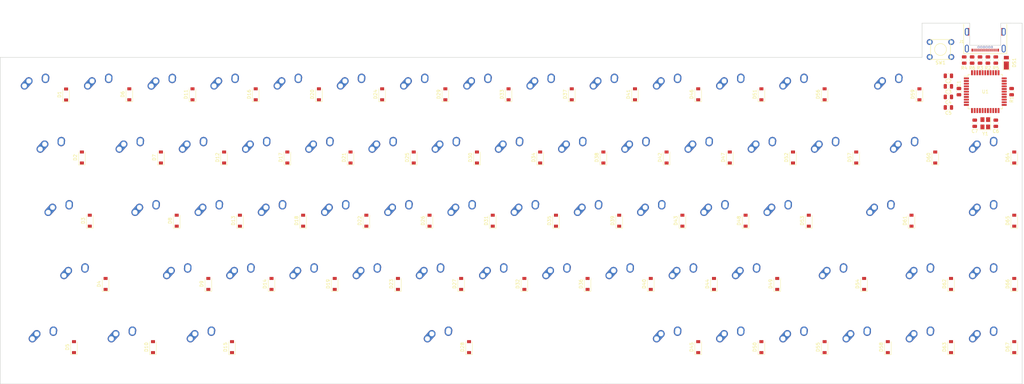
<source format=kicad_pcb>
(kicad_pcb (version 20171130) (host pcbnew "(5.1.4-0-10_14)")
  (title_block (title Monstera) (rev 1) (company lukevers.design))
  (layers (0 F.Cu signal) (31 B.Cu signal) (34 B.Paste user) (35 F.Paste user) (36 B.SilkS user) (37 F.SilkS user) (38 B.Mask user) (39 F.Mask user) (44 Edge.Cuts user))
  (net 0 "")
  (net 1 "Net-(D1-Pad2)")
  (net 2 ROW0)
  (net 3 "Net-(D2-Pad2)")
  (net 4 ROW1)
  (net 5 "Net-(D3-Pad2)")
  (net 6 ROW2)
  (net 7 "Net-(D4-Pad2)")
  (net 8 ROW3)
  (net 9 "Net-(D5-Pad2)")
  (net 10 ROW4)
  (net 11 "Net-(D6-Pad2)")
  (net 12 "Net-(D7-Pad2)")
  (net 13 "Net-(D8-Pad2)")
  (net 14 "Net-(D9-Pad2)")
  (net 15 "Net-(D10-Pad2)")
  (net 16 "Net-(D11-Pad2)")
  (net 17 "Net-(D12-Pad2)")
  (net 18 "Net-(D13-Pad2)")
  (net 19 "Net-(D14-Pad2)")
  (net 20 "Net-(D15-Pad2)")
  (net 21 "Net-(D16-Pad2)")
  (net 22 "Net-(D17-Pad2)")
  (net 23 "Net-(D18-Pad2)")
  (net 24 "Net-(D19-Pad2)")
  (net 25 "Net-(D20-Pad2)")
  (net 26 "Net-(D21-Pad2)")
  (net 27 "Net-(D22-Pad2)")
  (net 28 "Net-(D23-Pad2)")
  (net 29 "Net-(D24-Pad2)")
  (net 30 "Net-(D25-Pad2)")
  (net 31 "Net-(D26-Pad2)")
  (net 32 "Net-(D27-Pad2)")
  (net 33 "Net-(D28-Pad2)")
  (net 34 "Net-(D29-Pad2)")
  (net 35 "Net-(D30-Pad2)")
  (net 36 "Net-(D31-Pad2)")
  (net 37 "Net-(D32-Pad2)")
  (net 38 "Net-(D33-Pad2)")
  (net 39 "Net-(D34-Pad2)")
  (net 40 "Net-(D35-Pad2)")
  (net 41 "Net-(D36-Pad2)")
  (net 42 "Net-(D37-Pad2)")
  (net 43 "Net-(D38-Pad2)")
  (net 44 "Net-(D39-Pad2)")
  (net 45 "Net-(D40-Pad2)")
  (net 46 "Net-(D41-Pad2)")
  (net 47 "Net-(D42-Pad2)")
  (net 48 "Net-(D43-Pad2)")
  (net 49 "Net-(D44-Pad2)")
  (net 50 "Net-(D45-Pad2)")
  (net 51 "Net-(D46-Pad2)")
  (net 52 "Net-(D47-Pad2)")
  (net 53 "Net-(D48-Pad2)")
  (net 54 "Net-(D49-Pad2)")
  (net 55 "Net-(D50-Pad2)")
  (net 56 "Net-(D51-Pad2)")
  (net 57 "Net-(D52-Pad2)")
  (net 58 "Net-(D53-Pad2)")
  (net 59 "Net-(D54-Pad2)")
  (net 60 "Net-(D55-Pad2)")
  (net 61 "Net-(D56-Pad2)")
  (net 62 "Net-(D57-Pad2)")
  (net 63 "Net-(D58-Pad2)")
  (net 64 "Net-(D59-Pad2)")
  (net 65 "Net-(D60-Pad2)")
  (net 66 "Net-(D61-Pad2)")
  (net 67 "Net-(D62-Pad2)")
  (net 68 "Net-(D63-Pad2)")
  (net 69 "Net-(D64-Pad2)")
  (net 70 "Net-(D65-Pad2)")
  (net 71 "Net-(D66-Pad2)")
  (net 72 "Net-(D67-Pad2)")
  (net 73 COL10)
  (net 74 COL1)
  (net 75 COL2)
  (net 76 COL3)
  (net 77 COL4)
  (net 78 COL5)
  (net 79 COL6)
  (net 80 COL7)
  (net 81 COL8)
  (net 82 COL9)
  (net 83 COL13)
  (net 84 COL0)
  (net 85 COL11)
  (net 86 COL12)
  (net 87 GND)
  (net 88 "Net-(C1-Pad1)")
  (net 89 +5V)
  (net 90 "Net-(C6-Pad1)")
  (net 91 "Net-(C7-Pad1)")
  (net 92 VBUS)
  (net 93 VCC)
  (net 94 "Net-(J1-PadB8)")
  (net 95 "Net-(J1-PadA7)")
  (net 96 "Net-(J1-PadA6)")
  (net 97 "Net-(J1-PadB5)")
  (net 98 "Net-(J1-PadB11)")
  (net 99 "Net-(J1-PadB10)")
  (net 100 "Net-(J1-PadA2)")
  (net 101 "Net-(J1-PadA3)")
  (net 102 "Net-(J1-PadA5)")
  (net 103 "Net-(J1-PadB2)")
  (net 104 "Net-(J1-PadB3)")
  (net 105 "Net-(J1-PadA11)")
  (net 106 "Net-(J1-PadA10)")
  (net 107 "Net-(J1-PadA8)")
  (net 108 "Net-(R1-Pad2)")
  (net 109 "Net-(R2-Pad1)")
  (net 110 "Net-(R3-Pad1)")
  (net 111 "Net-(R4-Pad2)")
  (net 112 "Net-(U1-Pad42)")
  (net 113 "Net-(U1-Pad41)")
  (net 114 "Net-(U1-Pad40)")
  (net 115 "Net-(U1-Pad39)")
  (net 116 "Net-(U1-Pad38)")
  (net 117 "Net-(U1-Pad37)")
  (net 118 "Net-(U1-Pad36)")
  (net 119 "Net-(U1-Pad32)")
  (net 120 "Net-(U1-Pad31)")
  (net 121 "Net-(U1-Pad30)")
  (net 122 "Net-(U1-Pad29)")
  (net 123 "Net-(U1-Pad28)")
  (net 124 "Net-(U1-Pad27)")
  (net 125 "Net-(U1-Pad26)")
  (net 126 "Net-(U1-Pad25)")
  (net 127 "Net-(U1-Pad22)")
  (net 128 "Net-(U1-Pad21)")
  (net 129 "Net-(U1-Pad20)")
  (net 130 "Net-(U1-Pad19)")
  (net 131 "Net-(U1-Pad18)")
  (net 132 "Net-(U1-Pad12)")
  (net 133 "Net-(U1-Pad11)")
  (net 134 "Net-(U1-Pad10)")
  (net 135 "Net-(U1-Pad9)")
  (net 136 "Net-(U1-Pad8)")
  (net 137 "Net-(U1-Pad1)")
  (module usb-type-c:CX70M-24P1 (layer F.Cu) (at 320.675 124.61875 90)
    (fp_text reference J1 (at -5.55625 -7.14375 180) (layer F.SilkS) (effects (font (size 0.8 0.8))))
    (fp_text value USB_C_Receptacle)
    (fp_line (start 0 -4.67) (end 0 -7.62) (layer Edge.Cuts) (width 0.15))
    (fp_line (start -6.65 -4.67) (end 0 -4.67) (layer Edge.Cuts) (width 0.15))
    (fp_line (start -6.65 4.67) (end -6.65 -4.67) (layer Edge.Cuts) (width 0.15))
    (fp_line (start 0 4.67) (end -6.65 4.67) (layer Edge.Cuts) (width 0.15))
    (fp_line (start 0 7.62) (end 0 4.67) (layer Edge.Cuts) (width 0.15))
    (pad S1 smd rect (at -2.6 5.2 180) (size 0.7 2.3) (layers F.Cu F.Mask) (net 87 GND))
    (pad S1 smd rect (at -2.6 -5.2 180) (size 0.7 2.3) (layers F.Cu F.Mask) (net 87 GND))
    (pad S1 thru_hole oval (at -7.65 5.55 180) (size 1.2 2.3) (drill oval 0.6 1.7) (layers *.Cu *.Mask) (net 87 GND))
    (pad S1 thru_hole oval (at -7.65 -5.55 180) (size 1.2 2.3) (drill oval 0.6 1.7) (layers *.Cu *.Mask) (net 87 GND))
    (pad S1 thru_hole oval (at -2.6 5.55 180) (size 1.2 2.3) (drill oval 0.6 1.7) (layers *.Cu *.Mask) (net 87 GND))
    (pad S1 thru_hole oval (at -2.6 -5.55 180) (size 1.2 2.3) (drill oval 0.6 1.7) (layers *.Cu *.Mask) (net 87 GND))
    (pad B9 thru_hole circle (at -7.2 2 180) (size 0.6 0.6) (drill 0.4) (layers *.Cu *.Mask) (net 92 VBUS))
    (pad B8 thru_hole circle (at -7.2 1.2 180) (size 0.6 0.6) (drill 0.4) (layers *.Cu *.Mask) (net 94 "Net-(J1-PadB8)"))
    (pad B7 thru_hole circle (at -7.2 0.4 180) (size 0.6 0.6) (drill 0.4) (layers *.Cu *.Mask) (net 95 "Net-(J1-PadA7)"))
    (pad B6 thru_hole circle (at -7.2 -0.4 180) (size 0.6 0.6) (drill 0.4) (layers *.Cu *.Mask) (net 96 "Net-(J1-PadA6)"))
    (pad B5 thru_hole circle (at -7.2 -1.2 180) (size 0.6 0.6) (drill 0.4) (layers *.Cu *.Mask) (net 97 "Net-(J1-PadB5)"))
    (pad B4 thru_hole circle (at -7.2 -2 180) (size 0.6 0.6) (drill 0.4) (layers *.Cu *.Mask) (net 92 VBUS))
    (pad S1 smd rect (at -8.125 3.915 180) (size 0.46 0.85) (layers F.Cu F.Paste F.Mask) (net 87 GND))
    (pad S1 smd rect (at -8.125 -3.915 180) (size 0.46 0.85) (layers F.Cu F.Paste F.Mask) (net 87 GND))
    (pad B12 smd rect (at -8.125 3.4 180) (size 0.23 0.85) (layers F.Cu F.Paste F.Mask) (net 87 GND))
    (pad B11 smd rect (at -8.125 3 180) (size 0.23 0.85) (layers F.Cu F.Paste F.Mask) (net 98 "Net-(J1-PadB11)"))
    (pad B10 smd rect (at -8.125 2.6 180) (size 0.23 0.85) (layers F.Cu F.Paste F.Mask) (net 99 "Net-(J1-PadB10)"))
    (pad A1 smd rect (at -8.125 2.2 180) (size 0.23 0.85) (layers F.Cu F.Paste F.Mask) (net 87 GND))
    (pad A2 smd rect (at -8.125 1.8 180) (size 0.23 0.85) (layers F.Cu F.Paste F.Mask) (net 100 "Net-(J1-PadA2)"))
    (pad A3 smd rect (at -8.125 1.4 180) (size 0.23 0.85) (layers F.Cu F.Paste F.Mask) (net 101 "Net-(J1-PadA3)"))
    (pad A4 smd rect (at -8.125 1 180) (size 0.23 0.85) (layers F.Cu F.Paste F.Mask) (net 92 VBUS))
    (pad A5 smd rect (at -8.125 0.6 180) (size 0.23 0.85) (layers F.Cu F.Paste F.Mask) (net 102 "Net-(J1-PadA5)"))
    (pad B1 smd rect (at -8.125 -3.4 180) (size 0.23 0.85) (layers F.Cu F.Paste F.Mask) (net 87 GND))
    (pad B2 smd rect (at -8.125 -3 180) (size 0.23 0.85) (layers F.Cu F.Paste F.Mask) (net 103 "Net-(J1-PadB2)"))
    (pad B3 smd rect (at -8.125 -2.6 180) (size 0.23 0.85) (layers F.Cu F.Paste F.Mask) (net 104 "Net-(J1-PadB3)"))
    (pad A12 smd rect (at -8.125 -2.2 180) (size 0.23 0.85) (layers F.Cu F.Paste F.Mask) (net 87 GND))
    (pad A11 smd rect (at -8.125 -1.8 180) (size 0.23 0.85) (layers F.Cu F.Paste F.Mask) (net 105 "Net-(J1-PadA11)"))
    (pad A10 smd rect (at -8.125 -1.4 180) (size 0.23 0.85) (layers F.Cu F.Paste F.Mask) (net 106 "Net-(J1-PadA10)"))
    (pad A9 smd rect (at -8.125 -1 180) (size 0.23 0.85) (layers F.Cu F.Paste F.Mask) (net 92 VBUS))
    (pad A8 smd rect (at -8.125 -0.6 180) (size 0.23 0.85) (layers F.Cu F.Paste F.Mask) (net 107 "Net-(J1-PadA8)"))
    (pad A7 smd rect (at -8.125 -0.2 180) (size 0.23 0.85) (layers F.Cu F.Paste F.Mask) (net 95 "Net-(J1-PadA7)"))
    (pad A6 smd rect (at -8.125 0.2 180) (size 0.23 0.85) (layers F.Cu F.Paste F.Mask) (net 96 "Net-(J1-PadA6)"))
  )
  (module Crystal:Crystal_SMD_3225-4Pin_3.2x2.5mm (layer F.Cu) (at 320.675 154.78125 90)
    (fp_text reference Y1 (at -3.175 0 180) (layer F.SilkS))
    (fp_text value 16MHz)
    (pad 4 smd rect (at -1.1 -0.85 90) (size 1.4 1.2) (layers F.Cu F.Paste F.Mask) (net 87 GND))
    (pad 3 smd rect (at 1.1 -0.85 90) (size 1.4 1.2) (layers F.Cu F.Paste F.Mask) (net 91 "Net-(C7-Pad1)"))
    (pad 2 smd rect (at 1.1 0.85 90) (size 1.4 1.2) (layers F.Cu F.Paste F.Mask) (net 87 GND))
    (pad 1 smd rect (at -1.1 0.85 90) (size 1.4 1.2) (layers F.Cu F.Paste F.Mask) (net 90 "Net-(C6-Pad1)"))
  )
  (module Package_QFP:TQFP-44_10x10mm_P0.8mm (layer F.Cu) (at 320.675 145.25625)
    (fp_text reference U1 (at 0 0) (layer F.SilkS))
    (fp_text value ATmega32U4-AU)
    (pad 44 smd rect (at -4 -5.7 90) (size 1.5 0.55) (layers F.Cu F.Paste F.Mask) (net 89 +5V))
    (pad 43 smd rect (at -3.2 -5.7 90) (size 1.5 0.55) (layers F.Cu F.Paste F.Mask) (net 87 GND))
    (pad 42 smd rect (at -2.4 -5.7 90) (size 1.5 0.55) (layers F.Cu F.Paste F.Mask) (net 112 "Net-(U1-Pad42)"))
    (pad 41 smd rect (at -1.6 -5.7 90) (size 1.5 0.55) (layers F.Cu F.Paste F.Mask) (net 113 "Net-(U1-Pad41)"))
    (pad 40 smd rect (at -0.8 -5.7 90) (size 1.5 0.55) (layers F.Cu F.Paste F.Mask) (net 114 "Net-(U1-Pad40)"))
    (pad 39 smd rect (at 0 -5.7 90) (size 1.5 0.55) (layers F.Cu F.Paste F.Mask) (net 115 "Net-(U1-Pad39)"))
    (pad 38 smd rect (at 0.8 -5.7 90) (size 1.5 0.55) (layers F.Cu F.Paste F.Mask) (net 116 "Net-(U1-Pad38)"))
    (pad 37 smd rect (at 1.6 -5.7 90) (size 1.5 0.55) (layers F.Cu F.Paste F.Mask) (net 117 "Net-(U1-Pad37)"))
    (pad 36 smd rect (at 2.4 -5.7 90) (size 1.5 0.55) (layers F.Cu F.Paste F.Mask) (net 118 "Net-(U1-Pad36)"))
    (pad 35 smd rect (at 3.2 -5.7 90) (size 1.5 0.55) (layers F.Cu F.Paste F.Mask) (net 87 GND))
    (pad 34 smd rect (at 4 -5.7 90) (size 1.5 0.55) (layers F.Cu F.Paste F.Mask) (net 89 +5V))
    (pad 33 smd rect (at 5.7 -4) (size 1.5 0.55) (layers F.Cu F.Paste F.Mask) (net 108 "Net-(R1-Pad2)"))
    (pad 32 smd rect (at 5.7 -3.2) (size 1.5 0.55) (layers F.Cu F.Paste F.Mask) (net 119 "Net-(U1-Pad32)"))
    (pad 31 smd rect (at 5.7 -2.4) (size 1.5 0.55) (layers F.Cu F.Paste F.Mask) (net 120 "Net-(U1-Pad31)"))
    (pad 30 smd rect (at 5.7 -1.6) (size 1.5 0.55) (layers F.Cu F.Paste F.Mask) (net 121 "Net-(U1-Pad30)"))
    (pad 29 smd rect (at 5.7 -0.8) (size 1.5 0.55) (layers F.Cu F.Paste F.Mask) (net 122 "Net-(U1-Pad29)"))
    (pad 28 smd rect (at 5.7 0) (size 1.5 0.55) (layers F.Cu F.Paste F.Mask) (net 123 "Net-(U1-Pad28)"))
    (pad 27 smd rect (at 5.7 0.8) (size 1.5 0.55) (layers F.Cu F.Paste F.Mask) (net 124 "Net-(U1-Pad27)"))
    (pad 26 smd rect (at 5.7 1.6) (size 1.5 0.55) (layers F.Cu F.Paste F.Mask) (net 125 "Net-(U1-Pad26)"))
    (pad 25 smd rect (at 5.7 2.4) (size 1.5 0.55) (layers F.Cu F.Paste F.Mask) (net 126 "Net-(U1-Pad25)"))
    (pad 24 smd rect (at 5.7 3.2) (size 1.5 0.55) (layers F.Cu F.Paste F.Mask) (net 89 +5V))
    (pad 23 smd rect (at 5.7 4) (size 1.5 0.55) (layers F.Cu F.Paste F.Mask) (net 87 GND))
    (pad 22 smd rect (at 4 5.7 90) (size 1.5 0.55) (layers F.Cu F.Paste F.Mask) (net 127 "Net-(U1-Pad22)"))
    (pad 21 smd rect (at 3.2 5.7 90) (size 1.5 0.55) (layers F.Cu F.Paste F.Mask) (net 128 "Net-(U1-Pad21)"))
    (pad 20 smd rect (at 2.4 5.7 90) (size 1.5 0.55) (layers F.Cu F.Paste F.Mask) (net 129 "Net-(U1-Pad20)"))
    (pad 19 smd rect (at 1.6 5.7 90) (size 1.5 0.55) (layers F.Cu F.Paste F.Mask) (net 130 "Net-(U1-Pad19)"))
    (pad 18 smd rect (at 0.8 5.7 90) (size 1.5 0.55) (layers F.Cu F.Paste F.Mask) (net 131 "Net-(U1-Pad18)"))
    (pad 17 smd rect (at 0 5.7 90) (size 1.5 0.55) (layers F.Cu F.Paste F.Mask) (net 90 "Net-(C6-Pad1)"))
    (pad 16 smd rect (at -0.8 5.7 90) (size 1.5 0.55) (layers F.Cu F.Paste F.Mask) (net 91 "Net-(C7-Pad1)"))
    (pad 15 smd rect (at -1.6 5.7 90) (size 1.5 0.55) (layers F.Cu F.Paste F.Mask) (net 87 GND))
    (pad 14 smd rect (at -2.4 5.7 90) (size 1.5 0.55) (layers F.Cu F.Paste F.Mask) (net 89 +5V))
    (pad 13 smd rect (at -3.2 5.7 90) (size 1.5 0.55) (layers F.Cu F.Paste F.Mask) (net 111 "Net-(R4-Pad2)"))
    (pad 12 smd rect (at -4 5.7 90) (size 1.5 0.55) (layers F.Cu F.Paste F.Mask) (net 132 "Net-(U1-Pad12)"))
    (pad 11 smd rect (at -5.7 4) (size 1.5 0.55) (layers F.Cu F.Paste F.Mask) (net 133 "Net-(U1-Pad11)"))
    (pad 10 smd rect (at -5.7 3.2) (size 1.5 0.55) (layers F.Cu F.Paste F.Mask) (net 134 "Net-(U1-Pad10)"))
    (pad 9 smd rect (at -5.7 2.4) (size 1.5 0.55) (layers F.Cu F.Paste F.Mask) (net 135 "Net-(U1-Pad9)"))
    (pad 8 smd rect (at -5.7 1.6) (size 1.5 0.55) (layers F.Cu F.Paste F.Mask) (net 136 "Net-(U1-Pad8)"))
    (pad 7 smd rect (at -5.7 0.8) (size 1.5 0.55) (layers F.Cu F.Paste F.Mask) (net 89 +5V))
    (pad 6 smd rect (at -5.7 0) (size 1.5 0.55) (layers F.Cu F.Paste F.Mask) (net 88 "Net-(C1-Pad1)"))
    (pad 5 smd rect (at -5.7 -0.8) (size 1.5 0.55) (layers F.Cu F.Paste F.Mask) (net 87 GND))
    (pad 4 smd rect (at -5.7 -1.6) (size 1.5 0.55) (layers F.Cu F.Paste F.Mask) (net 109 "Net-(R2-Pad1)"))
    (pad 3 smd rect (at -5.7 -2.4) (size 1.5 0.55) (layers F.Cu F.Paste F.Mask) (net 110 "Net-(R3-Pad1)"))
    (pad 2 smd rect (at -5.7 -3.2) (size 1.5 0.55) (layers F.Cu F.Paste F.Mask) (net 89 +5V))
    (pad 1 smd rect (at -5.7 -4) (size 1.5 0.55) (layers F.Cu F.Paste F.Mask) (net 137 "Net-(U1-Pad1)"))
  )
  (module random-keyboard-parts:PushButton_6x6mm_TH (layer F.Cu) (at 307.18125 132.55625)
    (fp_text reference SW1 (at 0 3.96875 180) (layer F.SilkS))
    (fp_text value SW_Push)
    (pad 4 thru_hole circle (at -3.25 -2.25) (size 1.8 1.8) (drill 1) (layers *.Cu *.Mask))
    (pad 3 thru_hole circle (at 3.25 2.25) (size 1.8 1.8) (drill 1) (layers *.Cu *.Mask))
    (pad 2 thru_hole circle (at -3.25 2.25) (size 1.8 1.8) (drill 1) (layers *.Cu *.Mask) (net 111 "Net-(R4-Pad2)"))
    (pad 1 thru_hole circle (at 3.25 -2.25) (size 1.8 1.8) (drill 1) (layers *.Cu *.Mask) (net 87 GND))
  )
  (module Resistor_SMD:R_0805_2012Metric (layer F.Cu) (at 316.70625 135.73125 90)
    (fp_text reference R6 (at -2.38125 0 180) (layer F.SilkS))
    (fp_text value 5k1)
    (pad 2 smd roundrect (at 0.9375 0 90) (size 0.975 1.4) (layers F.Cu F.Paste F.Mask) (net 97 "Net-(J1-PadB5)"))
    (pad 1 smd roundrect (at -0.9375 0 90) (size 0.975 1.4) (layers F.Cu F.Paste F.Mask) (net 87 GND))
  )
  (module Resistor_SMD:R_0805_2012Metric (layer F.Cu) (at 323.85 135.73125 270)
    (fp_text reference R5 (at 2.38125 0 180) (layer F.SilkS))
    (fp_text value 5k1)
    (pad 2 smd roundrect (at 0.9375 0 270) (size 0.975 1.4) (layers F.Cu F.Paste F.Mask) (net 102 "Net-(J1-PadA5)"))
    (pad 1 smd roundrect (at -0.9375 0 270) (size 0.975 1.4) (layers F.Cu F.Paste F.Mask) (net 87 GND))
  )
  (module Resistor_SMD:R_0805_2012Metric (layer F.Cu) (at 314.325 135.73125 90)
    (fp_text reference R4 (at -2.38125 0 180) (layer F.SilkS))
    (fp_text value 10k)
    (pad 2 smd roundrect (at 0.9375 0 90) (size 0.975 1.4) (layers F.Cu F.Paste F.Mask) (net 111 "Net-(R4-Pad2)"))
    (pad 1 smd roundrect (at -0.9375 0 90) (size 0.975 1.4) (layers F.Cu F.Paste F.Mask) (net 89 +5V))
  )
  (module Resistor_SMD:R_0805_2012Metric (layer F.Cu) (at 319.0875 135.73125 90)
    (fp_text reference R3 (at -2.38125 0 180) (layer F.SilkS))
    (fp_text value 22)
    (pad 2 smd roundrect (at 0.9375 0 90) (size 0.975 1.4) (layers F.Cu F.Paste F.Mask) (net 95 "Net-(J1-PadA7)"))
    (pad 1 smd roundrect (at -0.9375 0 90) (size 0.975 1.4) (layers F.Cu F.Paste F.Mask) (net 110 "Net-(R3-Pad1)"))
  )
  (module Resistor_SMD:R_0805_2012Metric (layer F.Cu) (at 321.46875 135.73125 90)
    (fp_text reference R2 (at -2.38125 0 180) (layer F.SilkS))
    (fp_text value 22)
    (pad 2 smd roundrect (at 0.9375 0 90) (size 0.975 1.4) (layers F.Cu F.Paste F.Mask) (net 96 "Net-(J1-PadA6)"))
    (pad 1 smd roundrect (at -0.9375 0 90) (size 0.975 1.4) (layers F.Cu F.Paste F.Mask) (net 109 "Net-(R2-Pad1)"))
  )
  (module Resistor_SMD:R_0805_2012Metric (layer F.Cu) (at 328.6125 145.25625 90)
    (fp_text reference R1 (at -2.38125 0 90) (layer F.SilkS))
    (fp_text value 10k)
    (pad 2 smd roundrect (at 0.9375 0 90) (size 0.975 1.4) (layers F.Cu F.Paste F.Mask) (net 108 "Net-(R1-Pad2)"))
    (pad 1 smd roundrect (at -0.9375 0 90) (size 0.975 1.4) (layers F.Cu F.Paste F.Mask) (net 87 GND))
  )
  (module Diode_SMD:D_PowerDI-123 (layer F.Cu) (at 327.025 136.525 90)
    (fp_text reference DS1 (at 0 2.38125 90) (layer F.SilkS))
    (fp_text value D_Schottky_Small)
    (pad 2 smd rect (at 1.525 0 270) (size 1.05 1.5) (layers F.Cu F.Paste F.Mask) (net 92 VBUS))
    (pad 1 smd rect (at -0.85 0 270) (size 2.4 1.5) (layers F.Cu F.Paste F.Mask) (net 93 VCC))
  )
  (module Capacitor_SMD:C_0805_2012Metric (layer F.Cu) (at 317.5 154.78125 270)
    (fp_text reference C7 (at 2.38125 0 180) (layer F.SilkS))
    (fp_text value 22pF)
    (pad 2 smd roundrect (at 0.9375 0 270) (size 0.975 1.4) (layers F.Cu F.Paste F.Mask) (net 87 GND))
    (pad 1 smd roundrect (at -0.9375 0 270) (size 0.975 1.4) (layers F.Cu F.Paste F.Mask) (net 91 "Net-(C7-Pad1)"))
  )
  (module Capacitor_SMD:C_0805_2012Metric (layer F.Cu) (at 323.85 154.78125 90)
    (fp_text reference C6 (at -2.38125 0 180) (layer F.SilkS))
    (fp_text value 22pF)
    (pad 2 smd roundrect (at 0.9375 0 90) (size 0.975 1.4) (layers F.Cu F.Paste F.Mask) (net 87 GND))
    (pad 1 smd roundrect (at -0.9375 0 90) (size 0.975 1.4) (layers F.Cu F.Paste F.Mask) (net 90 "Net-(C6-Pad1)"))
  )
  (module Capacitor_SMD:C_0805_2012Metric (layer F.Cu) (at 309.5625 150.01875 180)
    (fp_text reference C5 (at 0 -1.65) (layer F.SilkS))
    (fp_text value 0.1uF)
    (pad 2 smd roundrect (at 0.9375 0 180) (size 0.975 1.4) (layers F.Cu F.Paste F.Mask) (net 87 GND))
    (pad 1 smd roundrect (at -0.9375 0 180) (size 0.975 1.4) (layers F.Cu F.Paste F.Mask) (net 89 +5V))
  )
  (module Capacitor_SMD:C_0805_2012Metric (layer F.Cu) (at 309.5625 146.84375 180)
    (fp_text reference C4 (at 0 -1.65) (layer F.SilkS))
    (fp_text value 0.1uF)
    (pad 2 smd roundrect (at 0.9375 0 180) (size 0.975 1.4) (layers F.Cu F.Paste F.Mask) (net 87 GND))
    (pad 1 smd roundrect (at -0.9375 0 180) (size 0.975 1.4) (layers F.Cu F.Paste F.Mask) (net 89 +5V))
  )
  (module Capacitor_SMD:C_0805_2012Metric (layer F.Cu) (at 309.5625 143.66875 180)
    (fp_text reference C3 (at 0 -1.65) (layer F.SilkS))
    (fp_text value 0.1uF)
    (pad 2 smd roundrect (at 0.9375 0 180) (size 0.975 1.4) (layers F.Cu F.Paste F.Mask) (net 87 GND))
    (pad 1 smd roundrect (at -0.9375 0 180) (size 0.975 1.4) (layers F.Cu F.Paste F.Mask) (net 89 +5V))
  )
  (module Capacitor_SMD:C_0805_2012Metric (layer F.Cu) (at 309.5625 140.49375 180)
    (fp_text reference C2 (at 0 -1.5875) (layer F.SilkS))
    (fp_text value 10uF)
    (pad 2 smd roundrect (at 0.9375 0 180) (size 0.975 1.4) (layers F.Cu F.Paste F.Mask) (net 87 GND))
    (pad 1 smd roundrect (at -0.9375 0 180) (size 0.975 1.4) (layers F.Cu F.Paste F.Mask) (net 89 +5V))
  )
  (module Capacitor_SMD:C_0805_2012Metric (layer F.Cu) (at 312.7375 145.25625 90)
    (fp_text reference C1 (at 2.38125 0 90) (layer F.SilkS))
    (fp_text value 1uF)
    (pad 2 smd roundrect (at 0.9375 0 90) (size 0.975 1.4) (layers F.Cu F.Paste F.Mask) (net 87 GND))
    (pad 1 smd roundrect (at -0.9375 0 90) (size 0.975 1.4) (layers F.Cu F.Paste F.Mask) (net 88 "Net-(C1-Pad1)"))
  )
  (module MX_Alps_Hybrid:MX-2.25U-NoLED (layer F.Cu) (at 46.83125 203.2)
    (fp_text reference MX_LSHIFT1)
    (fp_text value MX-NoLED)
    (pad "" np_thru_hole circle (at 11.938 8.255) (size 3.9878 3.9878) (drill 3.9878) (layers *.Cu *.Mask))
    (pad "" np_thru_hole circle (at -11.938 8.255) (size 3.9878 3.9878) (drill 3.9878) (layers *.Cu *.Mask))
    (pad "" np_thru_hole circle (at 11.938 -6.985) (size 3.048 3.048) (drill 3.048) (layers *.Cu *.Mask))
    (pad "" np_thru_hole circle (at -11.938 -6.985) (size 3.048 3.048) (drill 3.048) (layers *.Cu *.Mask))
    (pad "" np_thru_hole circle (at 5.08 0 48.0996) (size 1.75 1.75) (drill 1.75) (layers *.Cu *.Mask))
    (pad "" np_thru_hole circle (at -5.08 0 48.0996) (size 1.75 1.75) (drill 1.75) (layers *.Cu *.Mask))
    (pad 1 thru_hole circle (at -2.5 -4) (size 2.25 2.25) (drill 1.47) (layers *.Cu B.Mask) (net 84 COL0))
    (pad "" np_thru_hole circle (at 0 0) (size 3.9878 3.9878) (drill 3.9878) (layers *.Cu *.Mask))
    (pad 1 thru_hole oval (at -3.81 -2.54 48.0996) (size 4.211556 2.25) (drill 1.47 (offset 0.980778 0)) (layers *.Cu B.Mask) (net 84 COL0))
    (pad 2 thru_hole circle (at 2.54 -5.08) (size 2.25 2.25) (drill 1.47) (layers *.Cu B.Mask) (net 7 "Net-(D4-Pad2)"))
    (pad 2 thru_hole oval (at 2.5 -4.5 86.0548) (size 2.831378 2.25) (drill 1.47 (offset 0.290689 0)) (layers *.Cu B.Mask) (net 7 "Net-(D4-Pad2)"))
  )
  (module MX_Alps_Hybrid:MX-1.25U-NoLED (layer F.Cu) (at 61.11875 222.25)
    (fp_text reference MX_LALT1)
    (fp_text value MX-NoLED)
    (pad "" np_thru_hole circle (at 5.08 0 48.0996) (size 1.75 1.75) (drill 1.75) (layers *.Cu *.Mask))
    (pad "" np_thru_hole circle (at -5.08 0 48.0996) (size 1.75 1.75) (drill 1.75) (layers *.Cu *.Mask))
    (pad 1 thru_hole circle (at -2.5 -4) (size 2.25 2.25) (drill 1.47) (layers *.Cu B.Mask) (net 74 COL1))
    (pad "" np_thru_hole circle (at 0 0) (size 3.9878 3.9878) (drill 3.9878) (layers *.Cu *.Mask))
    (pad 1 thru_hole oval (at -3.81 -2.54 48.0996) (size 4.211556 2.25) (drill 1.47 (offset 0.980778 0)) (layers *.Cu B.Mask) (net 74 COL1))
    (pad 2 thru_hole circle (at 2.54 -5.08) (size 2.25 2.25) (drill 1.47) (layers *.Cu B.Mask) (net 15 "Net-(D10-Pad2)"))
    (pad 2 thru_hole oval (at 2.5 -4.5 86.0548) (size 2.831378 2.25) (drill 1.47 (offset 0.290689 0)) (layers *.Cu B.Mask) (net 15 "Net-(D10-Pad2)"))
  )
  (module MX_Alps_Hybrid:MX-1U-NoLED (layer F.Cu) (at 177.8 165.1)
    (fp_text reference MX_U1)
    (fp_text value MX-NoLED)
    (pad "" np_thru_hole circle (at 5.08 0 48.0996) (size 1.75 1.75) (drill 1.75) (layers *.Cu *.Mask))
    (pad "" np_thru_hole circle (at -5.08 0 48.0996) (size 1.75 1.75) (drill 1.75) (layers *.Cu *.Mask))
    (pad 1 thru_hole circle (at -2.5 -4) (size 2.25 2.25) (drill 1.47) (layers *.Cu B.Mask) (net 80 COL7))
    (pad "" np_thru_hole circle (at 0 0) (size 3.9878 3.9878) (drill 3.9878) (layers *.Cu *.Mask))
    (pad 1 thru_hole oval (at -3.81 -2.54 48.0996) (size 4.211556 2.25) (drill 1.47 (offset 0.980778 0)) (layers *.Cu B.Mask) (net 80 COL7))
    (pad 2 thru_hole circle (at 2.54 -5.08) (size 2.25 2.25) (drill 1.47) (layers *.Cu B.Mask) (net 39 "Net-(D34-Pad2)"))
    (pad 2 thru_hole oval (at 2.5 -4.5 86.0548) (size 2.831378 2.25) (drill 1.47 (offset 0.290689 0)) (layers *.Cu B.Mask) (net 39 "Net-(D34-Pad2)"))
  )
  (module MX_Alps_Hybrid:MX-6.25U-NoLED (layer F.Cu) (at 156.36875 222.25)
    (fp_text reference MX_SPACE1)
    (fp_text value MX-NoLED)
    (pad "" np_thru_hole circle (at 49.9999 8.255) (size 3.9878 3.9878) (drill 3.9878) (layers *.Cu *.Mask))
    (pad "" np_thru_hole circle (at -49.9999 8.255) (size 3.9878 3.9878) (drill 3.9878) (layers *.Cu *.Mask))
    (pad "" np_thru_hole circle (at 49.9999 -6.985) (size 3.048 3.048) (drill 3.048) (layers *.Cu *.Mask))
    (pad "" np_thru_hole circle (at -49.9999 -6.985) (size 3.048 3.048) (drill 3.048) (layers *.Cu *.Mask))
    (pad "" np_thru_hole circle (at 5.08 0 48.0996) (size 1.75 1.75) (drill 1.75) (layers *.Cu *.Mask))
    (pad "" np_thru_hole circle (at -5.08 0 48.0996) (size 1.75 1.75) (drill 1.75) (layers *.Cu *.Mask))
    (pad 1 thru_hole circle (at -2.5 -4) (size 2.25 2.25) (drill 1.47) (layers *.Cu B.Mask) (net 78 COL5))
    (pad "" np_thru_hole circle (at 0 0) (size 3.9878 3.9878) (drill 3.9878) (layers *.Cu *.Mask))
    (pad 1 thru_hole oval (at -3.81 -2.54 48.0996) (size 4.211556 2.25) (drill 1.47 (offset 0.980778 0)) (layers *.Cu B.Mask) (net 78 COL5))
    (pad 2 thru_hole circle (at 2.54 -5.08) (size 2.25 2.25) (drill 1.47) (layers *.Cu B.Mask) (net 33 "Net-(D28-Pad2)"))
    (pad 2 thru_hole oval (at 2.5 -4.5 86.0548) (size 2.831378 2.25) (drill 1.47 (offset 0.290689 0)) (layers *.Cu B.Mask) (net 33 "Net-(D28-Pad2)"))
  )
  (module MX_Alps_Hybrid:MX-1U-NoLED (layer F.Cu) (at 258.7625 184.15)
    (fp_text reference MX_QUOTE1)
    (fp_text value MX-NoLED)
    (pad "" np_thru_hole circle (at 5.08 0 48.0996) (size 1.75 1.75) (drill 1.75) (layers *.Cu *.Mask))
    (pad "" np_thru_hole circle (at -5.08 0 48.0996) (size 1.75 1.75) (drill 1.75) (layers *.Cu *.Mask))
    (pad 1 thru_hole circle (at -2.5 -4) (size 2.25 2.25) (drill 1.47) (layers *.Cu B.Mask) (net 85 COL11))
    (pad "" np_thru_hole circle (at 0 0) (size 3.9878 3.9878) (drill 3.9878) (layers *.Cu *.Mask))
    (pad 1 thru_hole oval (at -3.81 -2.54 48.0996) (size 4.211556 2.25) (drill 1.47 (offset 0.980778 0)) (layers *.Cu B.Mask) (net 85 COL11))
    (pad 2 thru_hole circle (at 2.54 -5.08) (size 2.25 2.25) (drill 1.47) (layers *.Cu B.Mask) (net 58 "Net-(D53-Pad2)"))
    (pad 2 thru_hole oval (at 2.5 -4.5 86.0548) (size 2.831378 2.25) (drill 1.47 (offset 0.290689 0)) (layers *.Cu B.Mask) (net 58 "Net-(D53-Pad2)"))
  )
  (module MX_Alps_Hybrid:MX-1.5U-NoLED (layer F.Cu) (at 296.8625 165.1)
    (fp_text reference MX_PIPE1)
    (fp_text value MX-NoLED)
    (pad "" np_thru_hole circle (at 5.08 0 48.0996) (size 1.75 1.75) (drill 1.75) (layers *.Cu *.Mask))
    (pad "" np_thru_hole circle (at -5.08 0 48.0996) (size 1.75 1.75) (drill 1.75) (layers *.Cu *.Mask))
    (pad 1 thru_hole circle (at -2.5 -4) (size 2.25 2.25) (drill 1.47) (layers *.Cu B.Mask) (net 83 COL13))
    (pad "" np_thru_hole circle (at 0 0) (size 3.9878 3.9878) (drill 3.9878) (layers *.Cu *.Mask))
    (pad 1 thru_hole oval (at -3.81 -2.54 48.0996) (size 4.211556 2.25) (drill 1.47 (offset 0.980778 0)) (layers *.Cu B.Mask) (net 83 COL13))
    (pad 2 thru_hole circle (at 2.54 -5.08) (size 2.25 2.25) (drill 1.47) (layers *.Cu B.Mask) (net 65 "Net-(D60-Pad2)"))
    (pad 2 thru_hole oval (at 2.5 -4.5 86.0548) (size 2.831378 2.25) (drill 1.47 (offset 0.290689 0)) (layers *.Cu B.Mask) (net 65 "Net-(D60-Pad2)"))
  )
  (module MX_Alps_Hybrid:MX-1U-NoLED (layer F.Cu) (at 192.0875 203.2)
    (fp_text reference MX_M1)
    (fp_text value MX-NoLED)
    (pad "" np_thru_hole circle (at 5.08 0 48.0996) (size 1.75 1.75) (drill 1.75) (layers *.Cu *.Mask))
    (pad "" np_thru_hole circle (at -5.08 0 48.0996) (size 1.75 1.75) (drill 1.75) (layers *.Cu *.Mask))
    (pad 1 thru_hole circle (at -2.5 -4) (size 2.25 2.25) (drill 1.47) (layers *.Cu B.Mask) (net 80 COL7))
    (pad "" np_thru_hole circle (at 0 0) (size 3.9878 3.9878) (drill 3.9878) (layers *.Cu *.Mask))
    (pad 1 thru_hole oval (at -3.81 -2.54 48.0996) (size 4.211556 2.25) (drill 1.47 (offset 0.980778 0)) (layers *.Cu B.Mask) (net 80 COL7))
    (pad 2 thru_hole circle (at 2.54 -5.08) (size 2.25 2.25) (drill 1.47) (layers *.Cu B.Mask) (net 41 "Net-(D36-Pad2)"))
    (pad 2 thru_hole oval (at 2.5 -4.5 86.0548) (size 2.831378 2.25) (drill 1.47 (offset 0.290689 0)) (layers *.Cu B.Mask) (net 41 "Net-(D36-Pad2)"))
  )
  (module MX_Alps_Hybrid:MX-1.25U-NoLED (layer F.Cu) (at 84.93125 222.25)
    (fp_text reference MX_LMETA1)
    (fp_text value MX-NoLED)
    (pad "" np_thru_hole circle (at 5.08 0 48.0996) (size 1.75 1.75) (drill 1.75) (layers *.Cu *.Mask))
    (pad "" np_thru_hole circle (at -5.08 0 48.0996) (size 1.75 1.75) (drill 1.75) (layers *.Cu *.Mask))
    (pad 1 thru_hole circle (at -2.5 -4) (size 2.25 2.25) (drill 1.47) (layers *.Cu B.Mask) (net 75 COL2))
    (pad "" np_thru_hole circle (at 0 0) (size 3.9878 3.9878) (drill 3.9878) (layers *.Cu *.Mask))
    (pad 1 thru_hole oval (at -3.81 -2.54 48.0996) (size 4.211556 2.25) (drill 1.47 (offset 0.980778 0)) (layers *.Cu B.Mask) (net 75 COL2))
    (pad 2 thru_hole circle (at 2.54 -5.08) (size 2.25 2.25) (drill 1.47) (layers *.Cu B.Mask) (net 20 "Net-(D15-Pad2)"))
    (pad 2 thru_hole oval (at 2.5 -4.5 86.0548) (size 2.831378 2.25) (drill 1.47 (offset 0.290689 0)) (layers *.Cu B.Mask) (net 20 "Net-(D15-Pad2)"))
  )
  (module MX_Alps_Hybrid:MX-1U-NoLED (layer F.Cu) (at 254 165.1)
    (fp_text reference MX_LBRACE1)
    (fp_text value MX-NoLED)
    (pad "" np_thru_hole circle (at 5.08 0 48.0996) (size 1.75 1.75) (drill 1.75) (layers *.Cu *.Mask))
    (pad "" np_thru_hole circle (at -5.08 0 48.0996) (size 1.75 1.75) (drill 1.75) (layers *.Cu *.Mask))
    (pad 1 thru_hole circle (at -2.5 -4) (size 2.25 2.25) (drill 1.47) (layers *.Cu B.Mask) (net 85 COL11))
    (pad "" np_thru_hole circle (at 0 0) (size 3.9878 3.9878) (drill 3.9878) (layers *.Cu *.Mask))
    (pad 1 thru_hole oval (at -3.81 -2.54 48.0996) (size 4.211556 2.25) (drill 1.47 (offset 0.980778 0)) (layers *.Cu B.Mask) (net 85 COL11))
    (pad 2 thru_hole circle (at 2.54 -5.08) (size 2.25 2.25) (drill 1.47) (layers *.Cu B.Mask) (net 57 "Net-(D52-Pad2)"))
    (pad 2 thru_hole oval (at 2.5 -4.5 86.0548) (size 2.831378 2.25) (drill 1.47 (offset 0.290689 0)) (layers *.Cu B.Mask) (net 57 "Net-(D52-Pad2)"))
  )
  (module MX_Alps_Hybrid:MX-1U-NoLED (layer F.Cu) (at 182.5625 184.15)
    (fp_text reference MX_J1)
    (fp_text value MX-NoLED)
    (pad "" np_thru_hole circle (at 5.08 0 48.0996) (size 1.75 1.75) (drill 1.75) (layers *.Cu *.Mask))
    (pad "" np_thru_hole circle (at -5.08 0 48.0996) (size 1.75 1.75) (drill 1.75) (layers *.Cu *.Mask))
    (pad 1 thru_hole circle (at -2.5 -4) (size 2.25 2.25) (drill 1.47) (layers *.Cu B.Mask) (net 80 COL7))
    (pad "" np_thru_hole circle (at 0 0) (size 3.9878 3.9878) (drill 3.9878) (layers *.Cu *.Mask))
    (pad 1 thru_hole oval (at -3.81 -2.54 48.0996) (size 4.211556 2.25) (drill 1.47 (offset 0.980778 0)) (layers *.Cu B.Mask) (net 80 COL7))
    (pad 2 thru_hole circle (at 2.54 -5.08) (size 2.25 2.25) (drill 1.47) (layers *.Cu B.Mask) (net 40 "Net-(D35-Pad2)"))
    (pad 2 thru_hole oval (at 2.5 -4.5 86.0548) (size 2.831378 2.25) (drill 1.47 (offset 0.290689 0)) (layers *.Cu B.Mask) (net 40 "Net-(D35-Pad2)"))
  )
  (module MX_Alps_Hybrid:MX-1U-NoLED (layer F.Cu) (at 263.525 222.25)
    (fp_text reference MX_FN1)
    (fp_text value MX-NoLED)
    (pad "" np_thru_hole circle (at 5.08 0 48.0996) (size 1.75 1.75) (drill 1.75) (layers *.Cu *.Mask))
    (pad "" np_thru_hole circle (at -5.08 0 48.0996) (size 1.75 1.75) (drill 1.75) (layers *.Cu *.Mask))
    (pad 1 thru_hole circle (at -2.5 -4) (size 2.25 2.25) (drill 1.47) (layers *.Cu B.Mask) (net 73 COL10))
    (pad "" np_thru_hole circle (at 0 0) (size 3.9878 3.9878) (drill 3.9878) (layers *.Cu *.Mask))
    (pad 1 thru_hole oval (at -3.81 -2.54 48.0996) (size 4.211556 2.25) (drill 1.47 (offset 0.980778 0)) (layers *.Cu B.Mask) (net 73 COL10))
    (pad 2 thru_hole circle (at 2.54 -5.08) (size 2.25 2.25) (drill 1.47) (layers *.Cu B.Mask) (net 60 "Net-(D55-Pad2)"))
    (pad 2 thru_hole oval (at 2.5 -4.5 86.0548) (size 2.831378 2.25) (drill 1.47 (offset 0.290689 0)) (layers *.Cu B.Mask) (net 60 "Net-(D55-Pad2)"))
  )
  (module MX_Alps_Hybrid:MX-2.25U-NoLED (layer F.Cu) (at 289.71875 184.15)
    (fp_text reference MX_ENTER1)
    (fp_text value MX-NoLED)
    (pad "" np_thru_hole circle (at 11.938 8.255) (size 3.9878 3.9878) (drill 3.9878) (layers *.Cu *.Mask))
    (pad "" np_thru_hole circle (at -11.938 8.255) (size 3.9878 3.9878) (drill 3.9878) (layers *.Cu *.Mask))
    (pad "" np_thru_hole circle (at 11.938 -6.985) (size 3.048 3.048) (drill 3.048) (layers *.Cu *.Mask))
    (pad "" np_thru_hole circle (at -11.938 -6.985) (size 3.048 3.048) (drill 3.048) (layers *.Cu *.Mask))
    (pad "" np_thru_hole circle (at 5.08 0 48.0996) (size 1.75 1.75) (drill 1.75) (layers *.Cu *.Mask))
    (pad "" np_thru_hole circle (at -5.08 0 48.0996) (size 1.75 1.75) (drill 1.75) (layers *.Cu *.Mask))
    (pad 1 thru_hole circle (at -2.5 -4) (size 2.25 2.25) (drill 1.47) (layers *.Cu B.Mask) (net 86 COL12))
    (pad "" np_thru_hole circle (at 0 0) (size 3.9878 3.9878) (drill 3.9878) (layers *.Cu *.Mask))
    (pad 1 thru_hole oval (at -3.81 -2.54 48.0996) (size 4.211556 2.25) (drill 1.47 (offset 0.980778 0)) (layers *.Cu B.Mask) (net 86 COL12))
    (pad 2 thru_hole circle (at 2.54 -5.08) (size 2.25 2.25) (drill 1.47) (layers *.Cu B.Mask) (net 66 "Net-(D61-Pad2)"))
    (pad 2 thru_hole oval (at 2.5 -4.5 86.0548) (size 2.831378 2.25) (drill 1.47 (offset 0.290689 0)) (layers *.Cu B.Mask) (net 66 "Net-(D61-Pad2)"))
  )
  (module MX_Alps_Hybrid:MX-1U-NoLED (layer F.Cu) (at 101.6 165.1)
    (fp_text reference MX_E1)
    (fp_text value MX-NoLED)
    (pad "" np_thru_hole circle (at 5.08 0 48.0996) (size 1.75 1.75) (drill 1.75) (layers *.Cu *.Mask))
    (pad "" np_thru_hole circle (at -5.08 0 48.0996) (size 1.75 1.75) (drill 1.75) (layers *.Cu *.Mask))
    (pad 1 thru_hole circle (at -2.5 -4) (size 2.25 2.25) (drill 1.47) (layers *.Cu B.Mask) (net 76 COL3))
    (pad "" np_thru_hole circle (at 0 0) (size 3.9878 3.9878) (drill 3.9878) (layers *.Cu *.Mask))
    (pad 1 thru_hole oval (at -3.81 -2.54 48.0996) (size 4.211556 2.25) (drill 1.47 (offset 0.980778 0)) (layers *.Cu B.Mask) (net 76 COL3))
    (pad 2 thru_hole circle (at 2.54 -5.08) (size 2.25 2.25) (drill 1.47) (layers *.Cu B.Mask) (net 22 "Net-(D17-Pad2)"))
    (pad 2 thru_hole oval (at 2.5 -4.5 86.0548) (size 2.831378 2.25) (drill 1.47 (offset 0.290689 0)) (layers *.Cu B.Mask) (net 22 "Net-(D17-Pad2)"))
  )
  (module MX_Alps_Hybrid:MX-1U-NoLED (layer F.Cu) (at 106.3625 184.15)
    (fp_text reference MX_D1)
    (fp_text value MX-NoLED)
    (pad "" np_thru_hole circle (at 5.08 0 48.0996) (size 1.75 1.75) (drill 1.75) (layers *.Cu *.Mask))
    (pad "" np_thru_hole circle (at -5.08 0 48.0996) (size 1.75 1.75) (drill 1.75) (layers *.Cu *.Mask))
    (pad 1 thru_hole circle (at -2.5 -4) (size 2.25 2.25) (drill 1.47) (layers *.Cu B.Mask) (net 76 COL3))
    (pad "" np_thru_hole circle (at 0 0) (size 3.9878 3.9878) (drill 3.9878) (layers *.Cu *.Mask))
    (pad 1 thru_hole oval (at -3.81 -2.54 48.0996) (size 4.211556 2.25) (drill 1.47 (offset 0.980778 0)) (layers *.Cu B.Mask) (net 76 COL3))
    (pad 2 thru_hole circle (at 2.54 -5.08) (size 2.25 2.25) (drill 1.47) (layers *.Cu B.Mask) (net 23 "Net-(D18-Pad2)"))
    (pad 2 thru_hole oval (at 2.5 -4.5 86.0548) (size 2.831378 2.25) (drill 1.47 (offset 0.290689 0)) (layers *.Cu B.Mask) (net 23 "Net-(D18-Pad2)"))
  )
  (module MX_Alps_Hybrid:MX-1.25U-NoLED (layer F.Cu) (at 37.30625 222.25)
    (fp_text reference MX_CTRL1)
    (fp_text value MX-NoLED)
    (pad "" np_thru_hole circle (at 5.08 0 48.0996) (size 1.75 1.75) (drill 1.75) (layers *.Cu *.Mask))
    (pad "" np_thru_hole circle (at -5.08 0 48.0996) (size 1.75 1.75) (drill 1.75) (layers *.Cu *.Mask))
    (pad 1 thru_hole circle (at -2.5 -4) (size 2.25 2.25) (drill 1.47) (layers *.Cu B.Mask) (net 84 COL0))
    (pad "" np_thru_hole circle (at 0 0) (size 3.9878 3.9878) (drill 3.9878) (layers *.Cu *.Mask))
    (pad 1 thru_hole oval (at -3.81 -2.54 48.0996) (size 4.211556 2.25) (drill 1.47 (offset 0.980778 0)) (layers *.Cu B.Mask) (net 84 COL0))
    (pad 2 thru_hole circle (at 2.54 -5.08) (size 2.25 2.25) (drill 1.47) (layers *.Cu B.Mask) (net 9 "Net-(D5-Pad2)"))
    (pad 2 thru_hole oval (at 2.5 -4.5 86.0548) (size 2.831378 2.25) (drill 1.47 (offset 0.290689 0)) (layers *.Cu B.Mask) (net 9 "Net-(D5-Pad2)"))
  )
  (module MX_Alps_Hybrid:MX-1U-NoLED (layer F.Cu) (at 115.8875 203.2)
    (fp_text reference MX_C1)
    (fp_text value MX-NoLED)
    (pad "" np_thru_hole circle (at 5.08 0 48.0996) (size 1.75 1.75) (drill 1.75) (layers *.Cu *.Mask))
    (pad "" np_thru_hole circle (at -5.08 0 48.0996) (size 1.75 1.75) (drill 1.75) (layers *.Cu *.Mask))
    (pad 1 thru_hole circle (at -2.5 -4) (size 2.25 2.25) (drill 1.47) (layers *.Cu B.Mask) (net 76 COL3))
    (pad "" np_thru_hole circle (at 0 0) (size 3.9878 3.9878) (drill 3.9878) (layers *.Cu *.Mask))
    (pad 1 thru_hole oval (at -3.81 -2.54 48.0996) (size 4.211556 2.25) (drill 1.47 (offset 0.980778 0)) (layers *.Cu B.Mask) (net 76 COL3))
    (pad 2 thru_hole circle (at 2.54 -5.08) (size 2.25 2.25) (drill 1.47) (layers *.Cu B.Mask) (net 24 "Net-(D19-Pad2)"))
    (pad 2 thru_hole oval (at 2.5 -4.5 86.0548) (size 2.831378 2.25) (drill 1.47 (offset 0.290689 0)) (layers *.Cu B.Mask) (net 24 "Net-(D19-Pad2)"))
  )
  (module MX_Alps_Hybrid:MX-2U-NoLED (layer F.Cu) (at 292.1 146.05)
    (fp_text reference MX_BACKSPACE1)
    (fp_text value MX-NoLED)
    (pad "" np_thru_hole circle (at 11.938 8.255) (size 3.9878 3.9878) (drill 3.9878) (layers *.Cu *.Mask))
    (pad "" np_thru_hole circle (at -11.938 8.255) (size 3.9878 3.9878) (drill 3.9878) (layers *.Cu *.Mask))
    (pad "" np_thru_hole circle (at 11.938 -6.985) (size 3.048 3.048) (drill 3.048) (layers *.Cu *.Mask))
    (pad "" np_thru_hole circle (at -11.938 -6.985) (size 3.048 3.048) (drill 3.048) (layers *.Cu *.Mask))
    (pad "" np_thru_hole circle (at 5.08 0 48.0996) (size 1.75 1.75) (drill 1.75) (layers *.Cu *.Mask))
    (pad "" np_thru_hole circle (at -5.08 0 48.0996) (size 1.75 1.75) (drill 1.75) (layers *.Cu *.Mask))
    (pad 1 thru_hole circle (at -2.5 -4) (size 2.25 2.25) (drill 1.47) (layers *.Cu B.Mask) (net 83 COL13))
    (pad "" np_thru_hole circle (at 0 0) (size 3.9878 3.9878) (drill 3.9878) (layers *.Cu *.Mask))
    (pad 1 thru_hole oval (at -3.81 -2.54 48.0996) (size 4.211556 2.25) (drill 1.47 (offset 0.980778 0)) (layers *.Cu B.Mask) (net 83 COL13))
    (pad 2 thru_hole circle (at 2.54 -5.08) (size 2.25 2.25) (drill 1.47) (layers *.Cu B.Mask) (net 64 "Net-(D59-Pad2)"))
    (pad 2 thru_hole oval (at 2.5 -4.5 86.0548) (size 2.831378 2.25) (drill 1.47 (offset 0.290689 0)) (layers *.Cu B.Mask) (net 64 "Net-(D59-Pad2)"))
  )
  (module MX_Alps_Hybrid:MX-1U-NoLED (layer F.Cu) (at 77.7875 203.2)
    (fp_text reference MX_Z1)
    (fp_text value MX-NoLED)
    (pad "" np_thru_hole circle (at 5.08 0 48.0996) (size 1.75 1.75) (drill 1.75) (layers *.Cu *.Mask))
    (pad "" np_thru_hole circle (at -5.08 0 48.0996) (size 1.75 1.75) (drill 1.75) (layers *.Cu *.Mask))
    (pad 1 thru_hole circle (at -2.5 -4) (size 2.25 2.25) (drill 1.47) (layers *.Cu B.Mask) (net 74 COL1))
    (pad "" np_thru_hole circle (at 0 0) (size 3.9878 3.9878) (drill 3.9878) (layers *.Cu *.Mask))
    (pad 1 thru_hole oval (at -3.81 -2.54 48.0996) (size 4.211556 2.25) (drill 1.47 (offset 0.980778 0)) (layers *.Cu B.Mask) (net 74 COL1))
    (pad 2 thru_hole circle (at 2.54 -5.08) (size 2.25 2.25) (drill 1.47) (layers *.Cu B.Mask) (net 14 "Net-(D9-Pad2)"))
    (pad 2 thru_hole oval (at 2.5 -4.5 86.0548) (size 2.831378 2.25) (drill 1.47 (offset 0.290689 0)) (layers *.Cu B.Mask) (net 14 "Net-(D9-Pad2)"))
  )
  (module MX_Alps_Hybrid:MX-1U-NoLED (layer F.Cu) (at 158.75 165.1)
    (fp_text reference MX_Y1)
    (fp_text value MX-NoLED)
    (pad "" np_thru_hole circle (at 5.08 0 48.0996) (size 1.75 1.75) (drill 1.75) (layers *.Cu *.Mask))
    (pad "" np_thru_hole circle (at -5.08 0 48.0996) (size 1.75 1.75) (drill 1.75) (layers *.Cu *.Mask))
    (pad 1 thru_hole circle (at -2.5 -4) (size 2.25 2.25) (drill 1.47) (layers *.Cu B.Mask) (net 79 COL6))
    (pad "" np_thru_hole circle (at 0 0) (size 3.9878 3.9878) (drill 3.9878) (layers *.Cu *.Mask))
    (pad 1 thru_hole oval (at -3.81 -2.54 48.0996) (size 4.211556 2.25) (drill 1.47 (offset 0.980778 0)) (layers *.Cu B.Mask) (net 79 COL6))
    (pad 2 thru_hole circle (at 2.54 -5.08) (size 2.25 2.25) (drill 1.47) (layers *.Cu B.Mask) (net 35 "Net-(D30-Pad2)"))
    (pad 2 thru_hole oval (at 2.5 -4.5 86.0548) (size 2.831378 2.25) (drill 1.47 (offset 0.290689 0)) (layers *.Cu B.Mask) (net 35 "Net-(D30-Pad2)"))
  )
  (module MX_Alps_Hybrid:MX-1U-NoLED (layer F.Cu) (at 96.8375 203.2)
    (fp_text reference MX_X1)
    (fp_text value MX-NoLED)
    (pad "" np_thru_hole circle (at 5.08 0 48.0996) (size 1.75 1.75) (drill 1.75) (layers *.Cu *.Mask))
    (pad "" np_thru_hole circle (at -5.08 0 48.0996) (size 1.75 1.75) (drill 1.75) (layers *.Cu *.Mask))
    (pad 1 thru_hole circle (at -2.5 -4) (size 2.25 2.25) (drill 1.47) (layers *.Cu B.Mask) (net 75 COL2))
    (pad "" np_thru_hole circle (at 0 0) (size 3.9878 3.9878) (drill 3.9878) (layers *.Cu *.Mask))
    (pad 1 thru_hole oval (at -3.81 -2.54 48.0996) (size 4.211556 2.25) (drill 1.47 (offset 0.980778 0)) (layers *.Cu B.Mask) (net 75 COL2))
    (pad 2 thru_hole circle (at 2.54 -5.08) (size 2.25 2.25) (drill 1.47) (layers *.Cu B.Mask) (net 19 "Net-(D14-Pad2)"))
    (pad 2 thru_hole oval (at 2.5 -4.5 86.0548) (size 2.831378 2.25) (drill 1.47 (offset 0.290689 0)) (layers *.Cu B.Mask) (net 19 "Net-(D14-Pad2)"))
  )
  (module MX_Alps_Hybrid:MX-1U-NoLED (layer F.Cu) (at 82.55 165.1)
    (fp_text reference MX_W1)
    (fp_text value MX-NoLED)
    (pad "" np_thru_hole circle (at 5.08 0 48.0996) (size 1.75 1.75) (drill 1.75) (layers *.Cu *.Mask))
    (pad "" np_thru_hole circle (at -5.08 0 48.0996) (size 1.75 1.75) (drill 1.75) (layers *.Cu *.Mask))
    (pad 1 thru_hole circle (at -2.5 -4) (size 2.25 2.25) (drill 1.47) (layers *.Cu B.Mask) (net 75 COL2))
    (pad "" np_thru_hole circle (at 0 0) (size 3.9878 3.9878) (drill 3.9878) (layers *.Cu *.Mask))
    (pad 1 thru_hole oval (at -3.81 -2.54 48.0996) (size 4.211556 2.25) (drill 1.47 (offset 0.980778 0)) (layers *.Cu B.Mask) (net 75 COL2))
    (pad 2 thru_hole circle (at 2.54 -5.08) (size 2.25 2.25) (drill 1.47) (layers *.Cu B.Mask) (net 17 "Net-(D12-Pad2)"))
    (pad 2 thru_hole oval (at 2.5 -4.5 86.0548) (size 2.831378 2.25) (drill 1.47 (offset 0.290689 0)) (layers *.Cu B.Mask) (net 17 "Net-(D12-Pad2)"))
  )
  (module MX_Alps_Hybrid:MX-1U-NoLED (layer F.Cu) (at 134.9375 203.2)
    (fp_text reference MX_V1)
    (fp_text value MX-NoLED)
    (pad "" np_thru_hole circle (at 5.08 0 48.0996) (size 1.75 1.75) (drill 1.75) (layers *.Cu *.Mask))
    (pad "" np_thru_hole circle (at -5.08 0 48.0996) (size 1.75 1.75) (drill 1.75) (layers *.Cu *.Mask))
    (pad 1 thru_hole circle (at -2.5 -4) (size 2.25 2.25) (drill 1.47) (layers *.Cu B.Mask) (net 77 COL4))
    (pad "" np_thru_hole circle (at 0 0) (size 3.9878 3.9878) (drill 3.9878) (layers *.Cu *.Mask))
    (pad 1 thru_hole oval (at -3.81 -2.54 48.0996) (size 4.211556 2.25) (drill 1.47 (offset 0.980778 0)) (layers *.Cu B.Mask) (net 77 COL4))
    (pad 2 thru_hole circle (at 2.54 -5.08) (size 2.25 2.25) (drill 1.47) (layers *.Cu B.Mask) (net 28 "Net-(D23-Pad2)"))
    (pad 2 thru_hole oval (at 2.5 -4.5 86.0548) (size 2.831378 2.25) (drill 1.47 (offset 0.290689 0)) (layers *.Cu B.Mask) (net 28 "Net-(D23-Pad2)"))
  )
  (module MX_Alps_Hybrid:MX-1U-NoLED (layer F.Cu) (at 301.625 203.2)
    (fp_text reference MX_UP1)
    (fp_text value MX-NoLED)
    (pad "" np_thru_hole circle (at 5.08 0 48.0996) (size 1.75 1.75) (drill 1.75) (layers *.Cu *.Mask))
    (pad "" np_thru_hole circle (at -5.08 0 48.0996) (size 1.75 1.75) (drill 1.75) (layers *.Cu *.Mask))
    (pad 1 thru_hole circle (at -2.5 -4) (size 2.25 2.25) (drill 1.47) (layers *.Cu B.Mask) (net 86 COL12))
    (pad "" np_thru_hole circle (at 0 0) (size 3.9878 3.9878) (drill 3.9878) (layers *.Cu *.Mask))
    (pad 1 thru_hole oval (at -3.81 -2.54 48.0996) (size 4.211556 2.25) (drill 1.47 (offset 0.980778 0)) (layers *.Cu B.Mask) (net 86 COL12))
    (pad 2 thru_hole circle (at 2.54 -5.08) (size 2.25 2.25) (drill 1.47) (layers *.Cu B.Mask) (net 67 "Net-(D62-Pad2)"))
    (pad 2 thru_hole oval (at 2.5 -4.5 86.0548) (size 2.831378 2.25) (drill 1.47 (offset 0.290689 0)) (layers *.Cu B.Mask) (net 67 "Net-(D62-Pad2)"))
  )
  (module MX_Alps_Hybrid:MX-1.5U-NoLED (layer F.Cu) (at 39.6875 165.1)
    (fp_text reference MX_TAB1)
    (fp_text value MX-NoLED)
    (pad "" np_thru_hole circle (at 5.08 0 48.0996) (size 1.75 1.75) (drill 1.75) (layers *.Cu *.Mask))
    (pad "" np_thru_hole circle (at -5.08 0 48.0996) (size 1.75 1.75) (drill 1.75) (layers *.Cu *.Mask))
    (pad 1 thru_hole circle (at -2.5 -4) (size 2.25 2.25) (drill 1.47) (layers *.Cu B.Mask) (net 84 COL0))
    (pad "" np_thru_hole circle (at 0 0) (size 3.9878 3.9878) (drill 3.9878) (layers *.Cu *.Mask))
    (pad 1 thru_hole oval (at -3.81 -2.54 48.0996) (size 4.211556 2.25) (drill 1.47 (offset 0.980778 0)) (layers *.Cu B.Mask) (net 84 COL0))
    (pad 2 thru_hole circle (at 2.54 -5.08) (size 2.25 2.25) (drill 1.47) (layers *.Cu B.Mask) (net 3 "Net-(D2-Pad2)"))
    (pad 2 thru_hole oval (at 2.5 -4.5 86.0548) (size 2.831378 2.25) (drill 1.47 (offset 0.290689 0)) (layers *.Cu B.Mask) (net 3 "Net-(D2-Pad2)"))
  )
  (module MX_Alps_Hybrid:MX-1U-NoLED (layer F.Cu) (at 139.7 165.1)
    (fp_text reference MX_T1)
    (fp_text value MX-NoLED)
    (pad "" np_thru_hole circle (at 5.08 0 48.0996) (size 1.75 1.75) (drill 1.75) (layers *.Cu *.Mask))
    (pad "" np_thru_hole circle (at -5.08 0 48.0996) (size 1.75 1.75) (drill 1.75) (layers *.Cu *.Mask))
    (pad 1 thru_hole circle (at -2.5 -4) (size 2.25 2.25) (drill 1.47) (layers *.Cu B.Mask) (net 78 COL5))
    (pad "" np_thru_hole circle (at 0 0) (size 3.9878 3.9878) (drill 3.9878) (layers *.Cu *.Mask))
    (pad 1 thru_hole oval (at -3.81 -2.54 48.0996) (size 4.211556 2.25) (drill 1.47 (offset 0.980778 0)) (layers *.Cu B.Mask) (net 78 COL5))
    (pad 2 thru_hole circle (at 2.54 -5.08) (size 2.25 2.25) (drill 1.47) (layers *.Cu B.Mask) (net 30 "Net-(D25-Pad2)"))
    (pad 2 thru_hole oval (at 2.5 -4.5 86.0548) (size 2.831378 2.25) (drill 1.47 (offset 0.290689 0)) (layers *.Cu B.Mask) (net 30 "Net-(D25-Pad2)"))
  )
  (module MX_Alps_Hybrid:MX-1U-NoLED (layer F.Cu) (at 87.3125 184.15)
    (fp_text reference MX_S1)
    (fp_text value MX-NoLED)
    (pad "" np_thru_hole circle (at 5.08 0 48.0996) (size 1.75 1.75) (drill 1.75) (layers *.Cu *.Mask))
    (pad "" np_thru_hole circle (at -5.08 0 48.0996) (size 1.75 1.75) (drill 1.75) (layers *.Cu *.Mask))
    (pad 1 thru_hole circle (at -2.5 -4) (size 2.25 2.25) (drill 1.47) (layers *.Cu B.Mask) (net 75 COL2))
    (pad "" np_thru_hole circle (at 0 0) (size 3.9878 3.9878) (drill 3.9878) (layers *.Cu *.Mask))
    (pad 1 thru_hole oval (at -3.81 -2.54 48.0996) (size 4.211556 2.25) (drill 1.47 (offset 0.980778 0)) (layers *.Cu B.Mask) (net 75 COL2))
    (pad 2 thru_hole circle (at 2.54 -5.08) (size 2.25 2.25) (drill 1.47) (layers *.Cu B.Mask) (net 18 "Net-(D13-Pad2)"))
    (pad 2 thru_hole oval (at 2.5 -4.5 86.0548) (size 2.831378 2.25) (drill 1.47 (offset 0.290689 0)) (layers *.Cu B.Mask) (net 18 "Net-(D13-Pad2)"))
  )
  (module MX_Alps_Hybrid:MX-1U-NoLED (layer F.Cu) (at 225.425 222.25)
    (fp_text reference MX_RMETA1)
    (fp_text value MX-NoLED)
    (pad "" np_thru_hole circle (at 5.08 0 48.0996) (size 1.75 1.75) (drill 1.75) (layers *.Cu *.Mask))
    (pad "" np_thru_hole circle (at -5.08 0 48.0996) (size 1.75 1.75) (drill 1.75) (layers *.Cu *.Mask))
    (pad 1 thru_hole circle (at -2.5 -4) (size 2.25 2.25) (drill 1.47) (layers *.Cu B.Mask) (net 81 COL8))
    (pad "" np_thru_hole circle (at 0 0) (size 3.9878 3.9878) (drill 3.9878) (layers *.Cu *.Mask))
    (pad 1 thru_hole oval (at -3.81 -2.54 48.0996) (size 4.211556 2.25) (drill 1.47 (offset 0.980778 0)) (layers *.Cu B.Mask) (net 81 COL8))
    (pad 2 thru_hole circle (at 2.54 -5.08) (size 2.25 2.25) (drill 1.47) (layers *.Cu B.Mask) (net 50 "Net-(D45-Pad2)"))
    (pad 2 thru_hole oval (at 2.5 -4.5 86.0548) (size 2.831378 2.25) (drill 1.47 (offset 0.290689 0)) (layers *.Cu B.Mask) (net 50 "Net-(D45-Pad2)"))
  )
  (module MX_Alps_Hybrid:MX-1U-NoLED (layer F.Cu) (at 320.675 222.25)
    (fp_text reference MX_RIGHT1)
    (fp_text value MX-NoLED)
    (pad "" np_thru_hole circle (at 5.08 0 48.0996) (size 1.75 1.75) (drill 1.75) (layers *.Cu *.Mask))
    (pad "" np_thru_hole circle (at -5.08 0 48.0996) (size 1.75 1.75) (drill 1.75) (layers *.Cu *.Mask))
    (pad 1 thru_hole circle (at -2.5 -4) (size 2.25 2.25) (drill 1.47) (layers *.Cu B.Mask) (net 83 COL13))
    (pad "" np_thru_hole circle (at 0 0) (size 3.9878 3.9878) (drill 3.9878) (layers *.Cu *.Mask))
    (pad 1 thru_hole oval (at -3.81 -2.54 48.0996) (size 4.211556 2.25) (drill 1.47 (offset 0.980778 0)) (layers *.Cu B.Mask) (net 83 COL13))
    (pad 2 thru_hole circle (at 2.54 -5.08) (size 2.25 2.25) (drill 1.47) (layers *.Cu B.Mask) (net 72 "Net-(D67-Pad2)"))
    (pad 2 thru_hole oval (at 2.5 -4.5 86.0548) (size 2.831378 2.25) (drill 1.47 (offset 0.290689 0)) (layers *.Cu B.Mask) (net 72 "Net-(D67-Pad2)"))
  )
  (module MX_Alps_Hybrid:MX-1U-NoLED (layer F.Cu) (at 273.05 165.1)
    (fp_text reference MX_RBRACE1)
    (fp_text value MX-NoLED)
    (pad "" np_thru_hole circle (at 5.08 0 48.0996) (size 1.75 1.75) (drill 1.75) (layers *.Cu *.Mask))
    (pad "" np_thru_hole circle (at -5.08 0 48.0996) (size 1.75 1.75) (drill 1.75) (layers *.Cu *.Mask))
    (pad 1 thru_hole circle (at -2.5 -4) (size 2.25 2.25) (drill 1.47) (layers *.Cu B.Mask) (net 86 COL12))
    (pad "" np_thru_hole circle (at 0 0) (size 3.9878 3.9878) (drill 3.9878) (layers *.Cu *.Mask))
    (pad 1 thru_hole oval (at -3.81 -2.54 48.0996) (size 4.211556 2.25) (drill 1.47 (offset 0.980778 0)) (layers *.Cu B.Mask) (net 86 COL12))
    (pad 2 thru_hole circle (at 2.54 -5.08) (size 2.25 2.25) (drill 1.47) (layers *.Cu B.Mask) (net 62 "Net-(D57-Pad2)"))
    (pad 2 thru_hole oval (at 2.5 -4.5 86.0548) (size 2.831378 2.25) (drill 1.47 (offset 0.290689 0)) (layers *.Cu B.Mask) (net 62 "Net-(D57-Pad2)"))
  )
  (module MX_Alps_Hybrid:MX-1U-NoLED (layer F.Cu) (at 244.475 222.25)
    (fp_text reference MX_RALT1)
    (fp_text value MX-NoLED)
    (pad "" np_thru_hole circle (at 5.08 0 48.0996) (size 1.75 1.75) (drill 1.75) (layers *.Cu *.Mask))
    (pad "" np_thru_hole circle (at -5.08 0 48.0996) (size 1.75 1.75) (drill 1.75) (layers *.Cu *.Mask))
    (pad 1 thru_hole circle (at -2.5 -4) (size 2.25 2.25) (drill 1.47) (layers *.Cu B.Mask) (net 82 COL9))
    (pad "" np_thru_hole circle (at 0 0) (size 3.9878 3.9878) (drill 3.9878) (layers *.Cu *.Mask))
    (pad 1 thru_hole oval (at -3.81 -2.54 48.0996) (size 4.211556 2.25) (drill 1.47 (offset 0.980778 0)) (layers *.Cu B.Mask) (net 82 COL9))
    (pad 2 thru_hole circle (at 2.54 -5.08) (size 2.25 2.25) (drill 1.47) (layers *.Cu B.Mask) (net 55 "Net-(D50-Pad2)"))
    (pad 2 thru_hole oval (at 2.5 -4.5 86.0548) (size 2.831378 2.25) (drill 1.47 (offset 0.290689 0)) (layers *.Cu B.Mask) (net 55 "Net-(D50-Pad2)"))
  )
  (module MX_Alps_Hybrid:MX-1U-NoLED (layer F.Cu) (at 120.65 165.1)
    (fp_text reference MX_R1)
    (fp_text value MX-NoLED)
    (pad "" np_thru_hole circle (at 5.08 0 48.0996) (size 1.75 1.75) (drill 1.75) (layers *.Cu *.Mask))
    (pad "" np_thru_hole circle (at -5.08 0 48.0996) (size 1.75 1.75) (drill 1.75) (layers *.Cu *.Mask))
    (pad 1 thru_hole circle (at -2.5 -4) (size 2.25 2.25) (drill 1.47) (layers *.Cu B.Mask) (net 77 COL4))
    (pad "" np_thru_hole circle (at 0 0) (size 3.9878 3.9878) (drill 3.9878) (layers *.Cu *.Mask))
    (pad 1 thru_hole oval (at -3.81 -2.54 48.0996) (size 4.211556 2.25) (drill 1.47 (offset 0.980778 0)) (layers *.Cu B.Mask) (net 77 COL4))
    (pad 2 thru_hole circle (at 2.54 -5.08) (size 2.25 2.25) (drill 1.47) (layers *.Cu B.Mask) (net 26 "Net-(D21-Pad2)"))
    (pad 2 thru_hole oval (at 2.5 -4.5 86.0548) (size 2.831378 2.25) (drill 1.47 (offset 0.290689 0)) (layers *.Cu B.Mask) (net 26 "Net-(D21-Pad2)"))
  )
  (module MX_Alps_Hybrid:MX-1U-NoLED (layer F.Cu) (at 249.2375 203.2)
    (fp_text reference MX_QUEST1)
    (fp_text value MX-NoLED)
    (pad "" np_thru_hole circle (at 5.08 0 48.0996) (size 1.75 1.75) (drill 1.75) (layers *.Cu *.Mask))
    (pad "" np_thru_hole circle (at -5.08 0 48.0996) (size 1.75 1.75) (drill 1.75) (layers *.Cu *.Mask))
    (pad 1 thru_hole circle (at -2.5 -4) (size 2.25 2.25) (drill 1.47) (layers *.Cu B.Mask) (net 73 COL10))
    (pad "" np_thru_hole circle (at 0 0) (size 3.9878 3.9878) (drill 3.9878) (layers *.Cu *.Mask))
    (pad 1 thru_hole oval (at -3.81 -2.54 48.0996) (size 4.211556 2.25) (drill 1.47 (offset 0.980778 0)) (layers *.Cu B.Mask) (net 73 COL10))
    (pad 2 thru_hole circle (at 2.54 -5.08) (size 2.25 2.25) (drill 1.47) (layers *.Cu B.Mask) (net 54 "Net-(D49-Pad2)"))
    (pad 2 thru_hole oval (at 2.5 -4.5 86.0548) (size 2.831378 2.25) (drill 1.47 (offset 0.290689 0)) (layers *.Cu B.Mask) (net 54 "Net-(D49-Pad2)"))
  )
  (module MX_Alps_Hybrid:MX-1U-NoLED (layer F.Cu) (at 63.5 165.1)
    (fp_text reference MX_Q1)
    (fp_text value MX-NoLED)
    (pad "" np_thru_hole circle (at 5.08 0 48.0996) (size 1.75 1.75) (drill 1.75) (layers *.Cu *.Mask))
    (pad "" np_thru_hole circle (at -5.08 0 48.0996) (size 1.75 1.75) (drill 1.75) (layers *.Cu *.Mask))
    (pad 1 thru_hole circle (at -2.5 -4) (size 2.25 2.25) (drill 1.47) (layers *.Cu B.Mask) (net 74 COL1))
    (pad "" np_thru_hole circle (at 0 0) (size 3.9878 3.9878) (drill 3.9878) (layers *.Cu *.Mask))
    (pad 1 thru_hole oval (at -3.81 -2.54 48.0996) (size 4.211556 2.25) (drill 1.47 (offset 0.980778 0)) (layers *.Cu B.Mask) (net 74 COL1))
    (pad 2 thru_hole circle (at 2.54 -5.08) (size 2.25 2.25) (drill 1.47) (layers *.Cu B.Mask) (net 12 "Net-(D7-Pad2)"))
    (pad 2 thru_hole oval (at 2.5 -4.5 86.0548) (size 2.831378 2.25) (drill 1.47 (offset 0.290689 0)) (layers *.Cu B.Mask) (net 12 "Net-(D7-Pad2)"))
  )
  (module MX_Alps_Hybrid:MX-1U-NoLED (layer F.Cu) (at 263.525 146.05)
    (fp_text reference MX_PLUS1)
    (fp_text value MX-NoLED)
    (pad "" np_thru_hole circle (at 5.08 0 48.0996) (size 1.75 1.75) (drill 1.75) (layers *.Cu *.Mask))
    (pad "" np_thru_hole circle (at -5.08 0 48.0996) (size 1.75 1.75) (drill 1.75) (layers *.Cu *.Mask))
    (pad 1 thru_hole circle (at -2.5 -4) (size 2.25 2.25) (drill 1.47) (layers *.Cu B.Mask) (net 86 COL12))
    (pad "" np_thru_hole circle (at 0 0) (size 3.9878 3.9878) (drill 3.9878) (layers *.Cu *.Mask))
    (pad 1 thru_hole oval (at -3.81 -2.54 48.0996) (size 4.211556 2.25) (drill 1.47 (offset 0.980778 0)) (layers *.Cu B.Mask) (net 86 COL12))
    (pad 2 thru_hole circle (at 2.54 -5.08) (size 2.25 2.25) (drill 1.47) (layers *.Cu B.Mask) (net 61 "Net-(D56-Pad2)"))
    (pad 2 thru_hole oval (at 2.5 -4.5 86.0548) (size 2.831378 2.25) (drill 1.47 (offset 0.290689 0)) (layers *.Cu B.Mask) (net 61 "Net-(D56-Pad2)"))
  )
  (module MX_Alps_Hybrid:MX-1U-NoLED (layer F.Cu) (at 320.675 184.15)
    (fp_text reference MX_PGUP1)
    (fp_text value MX-NoLED)
    (pad "" np_thru_hole circle (at 5.08 0 48.0996) (size 1.75 1.75) (drill 1.75) (layers *.Cu *.Mask))
    (pad "" np_thru_hole circle (at -5.08 0 48.0996) (size 1.75 1.75) (drill 1.75) (layers *.Cu *.Mask))
    (pad 1 thru_hole circle (at -2.5 -4) (size 2.25 2.25) (drill 1.47) (layers *.Cu B.Mask) (net 83 COL13))
    (pad "" np_thru_hole circle (at 0 0) (size 3.9878 3.9878) (drill 3.9878) (layers *.Cu *.Mask))
    (pad 1 thru_hole oval (at -3.81 -2.54 48.0996) (size 4.211556 2.25) (drill 1.47 (offset 0.980778 0)) (layers *.Cu B.Mask) (net 83 COL13))
    (pad 2 thru_hole circle (at 2.54 -5.08) (size 2.25 2.25) (drill 1.47) (layers *.Cu B.Mask) (net 70 "Net-(D65-Pad2)"))
    (pad 2 thru_hole oval (at 2.5 -4.5 86.0548) (size 2.831378 2.25) (drill 1.47 (offset 0.290689 0)) (layers *.Cu B.Mask) (net 70 "Net-(D65-Pad2)"))
  )
  (module MX_Alps_Hybrid:MX-1U-NoLED (layer F.Cu) (at 320.675 203.2)
    (fp_text reference MX_PGDN1)
    (fp_text value MX-NoLED)
    (pad "" np_thru_hole circle (at 5.08 0 48.0996) (size 1.75 1.75) (drill 1.75) (layers *.Cu *.Mask))
    (pad "" np_thru_hole circle (at -5.08 0 48.0996) (size 1.75 1.75) (drill 1.75) (layers *.Cu *.Mask))
    (pad 1 thru_hole circle (at -2.5 -4) (size 2.25 2.25) (drill 1.47) (layers *.Cu B.Mask) (net 83 COL13))
    (pad "" np_thru_hole circle (at 0 0) (size 3.9878 3.9878) (drill 3.9878) (layers *.Cu *.Mask))
    (pad 1 thru_hole oval (at -3.81 -2.54 48.0996) (size 4.211556 2.25) (drill 1.47 (offset 0.980778 0)) (layers *.Cu B.Mask) (net 83 COL13))
    (pad 2 thru_hole circle (at 2.54 -5.08) (size 2.25 2.25) (drill 1.47) (layers *.Cu B.Mask) (net 71 "Net-(D66-Pad2)"))
    (pad 2 thru_hole oval (at 2.5 -4.5 86.0548) (size 2.831378 2.25) (drill 1.47 (offset 0.290689 0)) (layers *.Cu B.Mask) (net 71 "Net-(D66-Pad2)"))
  )
  (module MX_Alps_Hybrid:MX-1U-NoLED (layer F.Cu) (at 230.1875 203.2)
    (fp_text reference MX_PERIOD1)
    (fp_text value MX-NoLED)
    (pad "" np_thru_hole circle (at 5.08 0 48.0996) (size 1.75 1.75) (drill 1.75) (layers *.Cu *.Mask))
    (pad "" np_thru_hole circle (at -5.08 0 48.0996) (size 1.75 1.75) (drill 1.75) (layers *.Cu *.Mask))
    (pad 1 thru_hole circle (at -2.5 -4) (size 2.25 2.25) (drill 1.47) (layers *.Cu B.Mask) (net 82 COL9))
    (pad "" np_thru_hole circle (at 0 0) (size 3.9878 3.9878) (drill 3.9878) (layers *.Cu *.Mask))
    (pad 1 thru_hole oval (at -3.81 -2.54 48.0996) (size 4.211556 2.25) (drill 1.47 (offset 0.980778 0)) (layers *.Cu B.Mask) (net 82 COL9))
    (pad 2 thru_hole circle (at 2.54 -5.08) (size 2.25 2.25) (drill 1.47) (layers *.Cu B.Mask) (net 49 "Net-(D44-Pad2)"))
    (pad 2 thru_hole oval (at 2.5 -4.5 86.0548) (size 2.831378 2.25) (drill 1.47 (offset 0.290689 0)) (layers *.Cu B.Mask) (net 49 "Net-(D44-Pad2)"))
  )
  (module MX_Alps_Hybrid:MX-1U-NoLED (layer F.Cu) (at 234.95 165.1)
    (fp_text reference MX_P1)
    (fp_text value MX-NoLED)
    (pad "" np_thru_hole circle (at 5.08 0 48.0996) (size 1.75 1.75) (drill 1.75) (layers *.Cu *.Mask))
    (pad "" np_thru_hole circle (at -5.08 0 48.0996) (size 1.75 1.75) (drill 1.75) (layers *.Cu *.Mask))
    (pad 1 thru_hole circle (at -2.5 -4) (size 2.25 2.25) (drill 1.47) (layers *.Cu B.Mask) (net 73 COL10))
    (pad "" np_thru_hole circle (at 0 0) (size 3.9878 3.9878) (drill 3.9878) (layers *.Cu *.Mask))
    (pad 1 thru_hole oval (at -3.81 -2.54 48.0996) (size 4.211556 2.25) (drill 1.47 (offset 0.980778 0)) (layers *.Cu B.Mask) (net 73 COL10))
    (pad 2 thru_hole circle (at 2.54 -5.08) (size 2.25 2.25) (drill 1.47) (layers *.Cu B.Mask) (net 52 "Net-(D47-Pad2)"))
    (pad 2 thru_hole oval (at 2.5 -4.5 86.0548) (size 2.831378 2.25) (drill 1.47 (offset 0.290689 0)) (layers *.Cu B.Mask) (net 52 "Net-(D47-Pad2)"))
  )
  (module MX_Alps_Hybrid:MX-1U-NoLED (layer F.Cu) (at 215.9 165.1)
    (fp_text reference MX_O1)
    (fp_text value MX-NoLED)
    (pad "" np_thru_hole circle (at 5.08 0 48.0996) (size 1.75 1.75) (drill 1.75) (layers *.Cu *.Mask))
    (pad "" np_thru_hole circle (at -5.08 0 48.0996) (size 1.75 1.75) (drill 1.75) (layers *.Cu *.Mask))
    (pad 1 thru_hole circle (at -2.5 -4) (size 2.25 2.25) (drill 1.47) (layers *.Cu B.Mask) (net 82 COL9))
    (pad "" np_thru_hole circle (at 0 0) (size 3.9878 3.9878) (drill 3.9878) (layers *.Cu *.Mask))
    (pad 1 thru_hole oval (at -3.81 -2.54 48.0996) (size 4.211556 2.25) (drill 1.47 (offset 0.980778 0)) (layers *.Cu B.Mask) (net 82 COL9))
    (pad 2 thru_hole circle (at 2.54 -5.08) (size 2.25 2.25) (drill 1.47) (layers *.Cu B.Mask) (net 47 "Net-(D42-Pad2)"))
    (pad 2 thru_hole oval (at 2.5 -4.5 86.0548) (size 2.831378 2.25) (drill 1.47 (offset 0.290689 0)) (layers *.Cu B.Mask) (net 47 "Net-(D42-Pad2)"))
  )
  (module MX_Alps_Hybrid:MX-1U-NoLED (layer F.Cu) (at 173.0375 203.2)
    (fp_text reference MX_N1)
    (fp_text value MX-NoLED)
    (pad "" np_thru_hole circle (at 5.08 0 48.0996) (size 1.75 1.75) (drill 1.75) (layers *.Cu *.Mask))
    (pad "" np_thru_hole circle (at -5.08 0 48.0996) (size 1.75 1.75) (drill 1.75) (layers *.Cu *.Mask))
    (pad 1 thru_hole circle (at -2.5 -4) (size 2.25 2.25) (drill 1.47) (layers *.Cu B.Mask) (net 79 COL6))
    (pad "" np_thru_hole circle (at 0 0) (size 3.9878 3.9878) (drill 3.9878) (layers *.Cu *.Mask))
    (pad 1 thru_hole oval (at -3.81 -2.54 48.0996) (size 4.211556 2.25) (drill 1.47 (offset 0.980778 0)) (layers *.Cu B.Mask) (net 79 COL6))
    (pad 2 thru_hole circle (at 2.54 -5.08) (size 2.25 2.25) (drill 1.47) (layers *.Cu B.Mask) (net 37 "Net-(D32-Pad2)"))
    (pad 2 thru_hole oval (at 2.5 -4.5 86.0548) (size 2.831378 2.25) (drill 1.47 (offset 0.290689 0)) (layers *.Cu B.Mask) (net 37 "Net-(D32-Pad2)"))
  )
  (module MX_Alps_Hybrid:MX-1.75U-NoLED (layer F.Cu) (at 275.43125 203.2)
    (fp_text reference MX_RSHIFT1)
    (fp_text value MX-NoLED)
    (pad "" np_thru_hole circle (at 5.08 0 48.0996) (size 1.75 1.75) (drill 1.75) (layers *.Cu *.Mask))
    (pad "" np_thru_hole circle (at -5.08 0 48.0996) (size 1.75 1.75) (drill 1.75) (layers *.Cu *.Mask))
    (pad 1 thru_hole circle (at -2.5 -4) (size 2.25 2.25) (drill 1.47) (layers *.Cu B.Mask) (net 85 COL11))
    (pad "" np_thru_hole circle (at 0 0) (size 3.9878 3.9878) (drill 3.9878) (layers *.Cu *.Mask))
    (pad 1 thru_hole oval (at -3.81 -2.54 48.0996) (size 4.211556 2.25) (drill 1.47 (offset 0.980778 0)) (layers *.Cu B.Mask) (net 85 COL11))
    (pad 2 thru_hole circle (at 2.54 -5.08) (size 2.25 2.25) (drill 1.47) (layers *.Cu B.Mask) (net 59 "Net-(D54-Pad2)"))
    (pad 2 thru_hole oval (at 2.5 -4.5 86.0548) (size 2.831378 2.25) (drill 1.47 (offset 0.290689 0)) (layers *.Cu B.Mask) (net 59 "Net-(D54-Pad2)"))
  )
  (module MX_Alps_Hybrid:MX-1.75U-NoLED (layer F.Cu) (at 42.06875 184.15)
    (fp_text reference MX_LOCK1)
    (fp_text value MX-NoLED)
    (pad "" np_thru_hole circle (at 5.08 0 48.0996) (size 1.75 1.75) (drill 1.75) (layers *.Cu *.Mask))
    (pad "" np_thru_hole circle (at -5.08 0 48.0996) (size 1.75 1.75) (drill 1.75) (layers *.Cu *.Mask))
    (pad 1 thru_hole circle (at -2.5 -4) (size 2.25 2.25) (drill 1.47) (layers *.Cu B.Mask) (net 84 COL0))
    (pad "" np_thru_hole circle (at 0 0) (size 3.9878 3.9878) (drill 3.9878) (layers *.Cu *.Mask))
    (pad 1 thru_hole oval (at -3.81 -2.54 48.0996) (size 4.211556 2.25) (drill 1.47 (offset 0.980778 0)) (layers *.Cu B.Mask) (net 84 COL0))
    (pad 2 thru_hole circle (at 2.54 -5.08) (size 2.25 2.25) (drill 1.47) (layers *.Cu B.Mask) (net 5 "Net-(D3-Pad2)"))
    (pad 2 thru_hole oval (at 2.5 -4.5 86.0548) (size 2.831378 2.25) (drill 1.47 (offset 0.290689 0)) (layers *.Cu B.Mask) (net 5 "Net-(D3-Pad2)"))
  )
  (module MX_Alps_Hybrid:MX-1U-NoLED (layer F.Cu) (at 282.575 222.25)
    (fp_text reference MX_LEFT1)
    (fp_text value MX-NoLED)
    (pad "" np_thru_hole circle (at 5.08 0 48.0996) (size 1.75 1.75) (drill 1.75) (layers *.Cu *.Mask))
    (pad "" np_thru_hole circle (at -5.08 0 48.0996) (size 1.75 1.75) (drill 1.75) (layers *.Cu *.Mask))
    (pad 1 thru_hole circle (at -2.5 -4) (size 2.25 2.25) (drill 1.47) (layers *.Cu B.Mask) (net 85 COL11))
    (pad "" np_thru_hole circle (at 0 0) (size 3.9878 3.9878) (drill 3.9878) (layers *.Cu *.Mask))
    (pad 1 thru_hole oval (at -3.81 -2.54 48.0996) (size 4.211556 2.25) (drill 1.47 (offset 0.980778 0)) (layers *.Cu B.Mask) (net 85 COL11))
    (pad 2 thru_hole circle (at 2.54 -5.08) (size 2.25 2.25) (drill 1.47) (layers *.Cu B.Mask) (net 63 "Net-(D58-Pad2)"))
    (pad 2 thru_hole oval (at 2.5 -4.5 86.0548) (size 2.831378 2.25) (drill 1.47 (offset 0.290689 0)) (layers *.Cu B.Mask) (net 63 "Net-(D58-Pad2)"))
  )
  (module MX_Alps_Hybrid:MX-1U-NoLED (layer F.Cu) (at 220.6625 184.15)
    (fp_text reference MX_L1)
    (fp_text value MX-NoLED)
    (pad "" np_thru_hole circle (at 5.08 0 48.0996) (size 1.75 1.75) (drill 1.75) (layers *.Cu *.Mask))
    (pad "" np_thru_hole circle (at -5.08 0 48.0996) (size 1.75 1.75) (drill 1.75) (layers *.Cu *.Mask))
    (pad 1 thru_hole circle (at -2.5 -4) (size 2.25 2.25) (drill 1.47) (layers *.Cu B.Mask) (net 82 COL9))
    (pad "" np_thru_hole circle (at 0 0) (size 3.9878 3.9878) (drill 3.9878) (layers *.Cu *.Mask))
    (pad 1 thru_hole oval (at -3.81 -2.54 48.0996) (size 4.211556 2.25) (drill 1.47 (offset 0.980778 0)) (layers *.Cu B.Mask) (net 82 COL9))
    (pad 2 thru_hole circle (at 2.54 -5.08) (size 2.25 2.25) (drill 1.47) (layers *.Cu B.Mask) (net 48 "Net-(D43-Pad2)"))
    (pad 2 thru_hole oval (at 2.5 -4.5 86.0548) (size 2.831378 2.25) (drill 1.47 (offset 0.290689 0)) (layers *.Cu B.Mask) (net 48 "Net-(D43-Pad2)"))
  )
  (module MX_Alps_Hybrid:MX-1U-NoLED (layer F.Cu) (at 201.6125 184.15)
    (fp_text reference MX_K1)
    (fp_text value MX-NoLED)
    (pad "" np_thru_hole circle (at 5.08 0 48.0996) (size 1.75 1.75) (drill 1.75) (layers *.Cu *.Mask))
    (pad "" np_thru_hole circle (at -5.08 0 48.0996) (size 1.75 1.75) (drill 1.75) (layers *.Cu *.Mask))
    (pad 1 thru_hole circle (at -2.5 -4) (size 2.25 2.25) (drill 1.47) (layers *.Cu B.Mask) (net 81 COL8))
    (pad "" np_thru_hole circle (at 0 0) (size 3.9878 3.9878) (drill 3.9878) (layers *.Cu *.Mask))
    (pad 1 thru_hole oval (at -3.81 -2.54 48.0996) (size 4.211556 2.25) (drill 1.47 (offset 0.980778 0)) (layers *.Cu B.Mask) (net 81 COL8))
    (pad 2 thru_hole circle (at 2.54 -5.08) (size 2.25 2.25) (drill 1.47) (layers *.Cu B.Mask) (net 44 "Net-(D39-Pad2)"))
    (pad 2 thru_hole oval (at 2.5 -4.5 86.0548) (size 2.831378 2.25) (drill 1.47 (offset 0.290689 0)) (layers *.Cu B.Mask) (net 44 "Net-(D39-Pad2)"))
  )
  (module MX_Alps_Hybrid:MX-1U-NoLED (layer F.Cu) (at 196.85 165.1)
    (fp_text reference MX_I1)
    (fp_text value MX-NoLED)
    (pad "" np_thru_hole circle (at 5.08 0 48.0996) (size 1.75 1.75) (drill 1.75) (layers *.Cu *.Mask))
    (pad "" np_thru_hole circle (at -5.08 0 48.0996) (size 1.75 1.75) (drill 1.75) (layers *.Cu *.Mask))
    (pad 1 thru_hole circle (at -2.5 -4) (size 2.25 2.25) (drill 1.47) (layers *.Cu B.Mask) (net 81 COL8))
    (pad "" np_thru_hole circle (at 0 0) (size 3.9878 3.9878) (drill 3.9878) (layers *.Cu *.Mask))
    (pad 1 thru_hole oval (at -3.81 -2.54 48.0996) (size 4.211556 2.25) (drill 1.47 (offset 0.980778 0)) (layers *.Cu B.Mask) (net 81 COL8))
    (pad 2 thru_hole circle (at 2.54 -5.08) (size 2.25 2.25) (drill 1.47) (layers *.Cu B.Mask) (net 43 "Net-(D38-Pad2)"))
    (pad 2 thru_hole oval (at 2.5 -4.5 86.0548) (size 2.831378 2.25) (drill 1.47 (offset 0.290689 0)) (layers *.Cu B.Mask) (net 43 "Net-(D38-Pad2)"))
  )
  (module MX_Alps_Hybrid:MX-1U-NoLED (layer F.Cu) (at 320.675 165.1)
    (fp_text reference MX_HOME1)
    (fp_text value MX-NoLED)
    (pad "" np_thru_hole circle (at 5.08 0 48.0996) (size 1.75 1.75) (drill 1.75) (layers *.Cu *.Mask))
    (pad "" np_thru_hole circle (at -5.08 0 48.0996) (size 1.75 1.75) (drill 1.75) (layers *.Cu *.Mask))
    (pad 1 thru_hole circle (at -2.5 -4) (size 2.25 2.25) (drill 1.47) (layers *.Cu B.Mask) (net 83 COL13))
    (pad "" np_thru_hole circle (at 0 0) (size 3.9878 3.9878) (drill 3.9878) (layers *.Cu *.Mask))
    (pad 1 thru_hole oval (at -3.81 -2.54 48.0996) (size 4.211556 2.25) (drill 1.47 (offset 0.980778 0)) (layers *.Cu B.Mask) (net 83 COL13))
    (pad 2 thru_hole circle (at 2.54 -5.08) (size 2.25 2.25) (drill 1.47) (layers *.Cu B.Mask) (net 69 "Net-(D64-Pad2)"))
    (pad 2 thru_hole oval (at 2.5 -4.5 86.0548) (size 2.831378 2.25) (drill 1.47 (offset 0.290689 0)) (layers *.Cu B.Mask) (net 69 "Net-(D64-Pad2)"))
  )
  (module MX_Alps_Hybrid:MX-1U-NoLED (layer F.Cu) (at 163.5125 184.15)
    (fp_text reference MX_H1)
    (fp_text value MX-NoLED)
    (pad "" np_thru_hole circle (at 5.08 0 48.0996) (size 1.75 1.75) (drill 1.75) (layers *.Cu *.Mask))
    (pad "" np_thru_hole circle (at -5.08 0 48.0996) (size 1.75 1.75) (drill 1.75) (layers *.Cu *.Mask))
    (pad 1 thru_hole circle (at -2.5 -4) (size 2.25 2.25) (drill 1.47) (layers *.Cu B.Mask) (net 79 COL6))
    (pad "" np_thru_hole circle (at 0 0) (size 3.9878 3.9878) (drill 3.9878) (layers *.Cu *.Mask))
    (pad 1 thru_hole oval (at -3.81 -2.54 48.0996) (size 4.211556 2.25) (drill 1.47 (offset 0.980778 0)) (layers *.Cu B.Mask) (net 79 COL6))
    (pad 2 thru_hole circle (at 2.54 -5.08) (size 2.25 2.25) (drill 1.47) (layers *.Cu B.Mask) (net 36 "Net-(D31-Pad2)"))
    (pad 2 thru_hole oval (at 2.5 -4.5 86.0548) (size 2.831378 2.25) (drill 1.47 (offset 0.290689 0)) (layers *.Cu B.Mask) (net 36 "Net-(D31-Pad2)"))
  )
  (module MX_Alps_Hybrid:MX-1U-NoLED (layer F.Cu) (at 144.4625 184.15)
    (fp_text reference MX_G1)
    (fp_text value MX-NoLED)
    (pad "" np_thru_hole circle (at 5.08 0 48.0996) (size 1.75 1.75) (drill 1.75) (layers *.Cu *.Mask))
    (pad "" np_thru_hole circle (at -5.08 0 48.0996) (size 1.75 1.75) (drill 1.75) (layers *.Cu *.Mask))
    (pad 1 thru_hole circle (at -2.5 -4) (size 2.25 2.25) (drill 1.47) (layers *.Cu B.Mask) (net 78 COL5))
    (pad "" np_thru_hole circle (at 0 0) (size 3.9878 3.9878) (drill 3.9878) (layers *.Cu *.Mask))
    (pad 1 thru_hole oval (at -3.81 -2.54 48.0996) (size 4.211556 2.25) (drill 1.47 (offset 0.980778 0)) (layers *.Cu B.Mask) (net 78 COL5))
    (pad 2 thru_hole circle (at 2.54 -5.08) (size 2.25 2.25) (drill 1.47) (layers *.Cu B.Mask) (net 31 "Net-(D26-Pad2)"))
    (pad 2 thru_hole oval (at 2.5 -4.5 86.0548) (size 2.831378 2.25) (drill 1.47 (offset 0.290689 0)) (layers *.Cu B.Mask) (net 31 "Net-(D26-Pad2)"))
  )
  (module MX_Alps_Hybrid:MX-1U-NoLED (layer F.Cu) (at 125.4125 184.15)
    (fp_text reference MX_F1)
    (fp_text value MX-NoLED)
    (pad "" np_thru_hole circle (at 5.08 0 48.0996) (size 1.75 1.75) (drill 1.75) (layers *.Cu *.Mask))
    (pad "" np_thru_hole circle (at -5.08 0 48.0996) (size 1.75 1.75) (drill 1.75) (layers *.Cu *.Mask))
    (pad 1 thru_hole circle (at -2.5 -4) (size 2.25 2.25) (drill 1.47) (layers *.Cu B.Mask) (net 77 COL4))
    (pad "" np_thru_hole circle (at 0 0) (size 3.9878 3.9878) (drill 3.9878) (layers *.Cu *.Mask))
    (pad 1 thru_hole oval (at -3.81 -2.54 48.0996) (size 4.211556 2.25) (drill 1.47 (offset 0.980778 0)) (layers *.Cu B.Mask) (net 77 COL4))
    (pad 2 thru_hole circle (at 2.54 -5.08) (size 2.25 2.25) (drill 1.47) (layers *.Cu B.Mask) (net 27 "Net-(D22-Pad2)"))
    (pad 2 thru_hole oval (at 2.5 -4.5 86.0548) (size 2.831378 2.25) (drill 1.47 (offset 0.290689 0)) (layers *.Cu B.Mask) (net 27 "Net-(D22-Pad2)"))
  )
  (module MX_Alps_Hybrid:MX-1U-NoLED (layer F.Cu) (at 34.925 146.05)
    (fp_text reference MX_ESC1)
    (fp_text value MX-NoLED)
    (pad "" np_thru_hole circle (at 5.08 0 48.0996) (size 1.75 1.75) (drill 1.75) (layers *.Cu *.Mask))
    (pad "" np_thru_hole circle (at -5.08 0 48.0996) (size 1.75 1.75) (drill 1.75) (layers *.Cu *.Mask))
    (pad 1 thru_hole circle (at -2.5 -4) (size 2.25 2.25) (drill 1.47) (layers *.Cu B.Mask) (net 84 COL0))
    (pad "" np_thru_hole circle (at 0 0) (size 3.9878 3.9878) (drill 3.9878) (layers *.Cu *.Mask))
    (pad 1 thru_hole oval (at -3.81 -2.54 48.0996) (size 4.211556 2.25) (drill 1.47 (offset 0.980778 0)) (layers *.Cu B.Mask) (net 84 COL0))
    (pad 2 thru_hole circle (at 2.54 -5.08) (size 2.25 2.25) (drill 1.47) (layers *.Cu B.Mask) (net 1 "Net-(D1-Pad2)"))
    (pad 2 thru_hole oval (at 2.5 -4.5 86.0548) (size 2.831378 2.25) (drill 1.47 (offset 0.290689 0)) (layers *.Cu B.Mask) (net 1 "Net-(D1-Pad2)"))
  )
  (module MX_Alps_Hybrid:MX-1U-NoLED (layer F.Cu) (at 301.625 222.25)
    (fp_text reference MX_DOWN1)
    (fp_text value MX-NoLED)
    (pad "" np_thru_hole circle (at 5.08 0 48.0996) (size 1.75 1.75) (drill 1.75) (layers *.Cu *.Mask))
    (pad "" np_thru_hole circle (at -5.08 0 48.0996) (size 1.75 1.75) (drill 1.75) (layers *.Cu *.Mask))
    (pad 1 thru_hole circle (at -2.5 -4) (size 2.25 2.25) (drill 1.47) (layers *.Cu B.Mask) (net 86 COL12))
    (pad "" np_thru_hole circle (at 0 0) (size 3.9878 3.9878) (drill 3.9878) (layers *.Cu *.Mask))
    (pad 1 thru_hole oval (at -3.81 -2.54 48.0996) (size 4.211556 2.25) (drill 1.47 (offset 0.980778 0)) (layers *.Cu B.Mask) (net 86 COL12))
    (pad 2 thru_hole circle (at 2.54 -5.08) (size 2.25 2.25) (drill 1.47) (layers *.Cu B.Mask) (net 68 "Net-(D63-Pad2)"))
    (pad 2 thru_hole oval (at 2.5 -4.5 86.0548) (size 2.831378 2.25) (drill 1.47 (offset 0.290689 0)) (layers *.Cu B.Mask) (net 68 "Net-(D63-Pad2)"))
  )
  (module MX_Alps_Hybrid:MX-1U-NoLED (layer F.Cu) (at 244.475 146.05)
    (fp_text reference MX_DASH1)
    (fp_text value MX-NoLED)
    (pad "" np_thru_hole circle (at 5.08 0 48.0996) (size 1.75 1.75) (drill 1.75) (layers *.Cu *.Mask))
    (pad "" np_thru_hole circle (at -5.08 0 48.0996) (size 1.75 1.75) (drill 1.75) (layers *.Cu *.Mask))
    (pad 1 thru_hole circle (at -2.5 -4) (size 2.25 2.25) (drill 1.47) (layers *.Cu B.Mask) (net 85 COL11))
    (pad "" np_thru_hole circle (at 0 0) (size 3.9878 3.9878) (drill 3.9878) (layers *.Cu *.Mask))
    (pad 1 thru_hole oval (at -3.81 -2.54 48.0996) (size 4.211556 2.25) (drill 1.47 (offset 0.980778 0)) (layers *.Cu B.Mask) (net 85 COL11))
    (pad 2 thru_hole circle (at 2.54 -5.08) (size 2.25 2.25) (drill 1.47) (layers *.Cu B.Mask) (net 56 "Net-(D51-Pad2)"))
    (pad 2 thru_hole oval (at 2.5 -4.5 86.0548) (size 2.831378 2.25) (drill 1.47 (offset 0.290689 0)) (layers *.Cu B.Mask) (net 56 "Net-(D51-Pad2)"))
  )
  (module MX_Alps_Hybrid:MX-1U-NoLED (layer F.Cu) (at 211.1375 203.2)
    (fp_text reference MX_COMMA1)
    (fp_text value MX-NoLED)
    (pad "" np_thru_hole circle (at 5.08 0 48.0996) (size 1.75 1.75) (drill 1.75) (layers *.Cu *.Mask))
    (pad "" np_thru_hole circle (at -5.08 0 48.0996) (size 1.75 1.75) (drill 1.75) (layers *.Cu *.Mask))
    (pad 1 thru_hole circle (at -2.5 -4) (size 2.25 2.25) (drill 1.47) (layers *.Cu B.Mask) (net 81 COL8))
    (pad "" np_thru_hole circle (at 0 0) (size 3.9878 3.9878) (drill 3.9878) (layers *.Cu *.Mask))
    (pad 1 thru_hole oval (at -3.81 -2.54 48.0996) (size 4.211556 2.25) (drill 1.47 (offset 0.980778 0)) (layers *.Cu B.Mask) (net 81 COL8))
    (pad 2 thru_hole circle (at 2.54 -5.08) (size 2.25 2.25) (drill 1.47) (layers *.Cu B.Mask) (net 45 "Net-(D40-Pad2)"))
    (pad 2 thru_hole oval (at 2.5 -4.5 86.0548) (size 2.831378 2.25) (drill 1.47 (offset 0.290689 0)) (layers *.Cu B.Mask) (net 45 "Net-(D40-Pad2)"))
  )
  (module MX_Alps_Hybrid:MX-1U-NoLED (layer F.Cu) (at 239.7125 184.15)
    (fp_text reference MX_COLON1)
    (fp_text value MX-NoLED)
    (pad "" np_thru_hole circle (at 5.08 0 48.0996) (size 1.75 1.75) (drill 1.75) (layers *.Cu *.Mask))
    (pad "" np_thru_hole circle (at -5.08 0 48.0996) (size 1.75 1.75) (drill 1.75) (layers *.Cu *.Mask))
    (pad 1 thru_hole circle (at -2.5 -4) (size 2.25 2.25) (drill 1.47) (layers *.Cu B.Mask) (net 73 COL10))
    (pad "" np_thru_hole circle (at 0 0) (size 3.9878 3.9878) (drill 3.9878) (layers *.Cu *.Mask))
    (pad 1 thru_hole oval (at -3.81 -2.54 48.0996) (size 4.211556 2.25) (drill 1.47 (offset 0.980778 0)) (layers *.Cu B.Mask) (net 73 COL10))
    (pad 2 thru_hole circle (at 2.54 -5.08) (size 2.25 2.25) (drill 1.47) (layers *.Cu B.Mask) (net 53 "Net-(D48-Pad2)"))
    (pad 2 thru_hole oval (at 2.5 -4.5 86.0548) (size 2.831378 2.25) (drill 1.47 (offset 0.290689 0)) (layers *.Cu B.Mask) (net 53 "Net-(D48-Pad2)"))
  )
  (module MX_Alps_Hybrid:MX-1U-NoLED (layer F.Cu) (at 153.9875 203.2)
    (fp_text reference MX_B1)
    (fp_text value MX-NoLED)
    (pad "" np_thru_hole circle (at 5.08 0 48.0996) (size 1.75 1.75) (drill 1.75) (layers *.Cu *.Mask))
    (pad "" np_thru_hole circle (at -5.08 0 48.0996) (size 1.75 1.75) (drill 1.75) (layers *.Cu *.Mask))
    (pad 1 thru_hole circle (at -2.5 -4) (size 2.25 2.25) (drill 1.47) (layers *.Cu B.Mask) (net 78 COL5))
    (pad "" np_thru_hole circle (at 0 0) (size 3.9878 3.9878) (drill 3.9878) (layers *.Cu *.Mask))
    (pad 1 thru_hole oval (at -3.81 -2.54 48.0996) (size 4.211556 2.25) (drill 1.47 (offset 0.980778 0)) (layers *.Cu B.Mask) (net 78 COL5))
    (pad 2 thru_hole circle (at 2.54 -5.08) (size 2.25 2.25) (drill 1.47) (layers *.Cu B.Mask) (net 32 "Net-(D27-Pad2)"))
    (pad 2 thru_hole oval (at 2.5 -4.5 86.0548) (size 2.831378 2.25) (drill 1.47 (offset 0.290689 0)) (layers *.Cu B.Mask) (net 32 "Net-(D27-Pad2)"))
  )
  (module MX_Alps_Hybrid:MX-1U-NoLED (layer F.Cu) (at 68.2625 184.15)
    (fp_text reference MX_A1)
    (fp_text value MX-NoLED)
    (pad "" np_thru_hole circle (at 5.08 0 48.0996) (size 1.75 1.75) (drill 1.75) (layers *.Cu *.Mask))
    (pad "" np_thru_hole circle (at -5.08 0 48.0996) (size 1.75 1.75) (drill 1.75) (layers *.Cu *.Mask))
    (pad 1 thru_hole circle (at -2.5 -4) (size 2.25 2.25) (drill 1.47) (layers *.Cu B.Mask) (net 74 COL1))
    (pad "" np_thru_hole circle (at 0 0) (size 3.9878 3.9878) (drill 3.9878) (layers *.Cu *.Mask))
    (pad 1 thru_hole oval (at -3.81 -2.54 48.0996) (size 4.211556 2.25) (drill 1.47 (offset 0.980778 0)) (layers *.Cu B.Mask) (net 74 COL1))
    (pad 2 thru_hole circle (at 2.54 -5.08) (size 2.25 2.25) (drill 1.47) (layers *.Cu B.Mask) (net 13 "Net-(D8-Pad2)"))
    (pad 2 thru_hole oval (at 2.5 -4.5 86.0548) (size 2.831378 2.25) (drill 1.47 (offset 0.290689 0)) (layers *.Cu B.Mask) (net 13 "Net-(D8-Pad2)"))
  )
  (module MX_Alps_Hybrid:MX-1U-NoLED (layer F.Cu) (at 225.425 146.05)
    (fp_text reference MX_10)
    (fp_text value MX-NoLED)
    (pad "" np_thru_hole circle (at 5.08 0 48.0996) (size 1.75 1.75) (drill 1.75) (layers *.Cu *.Mask))
    (pad "" np_thru_hole circle (at -5.08 0 48.0996) (size 1.75 1.75) (drill 1.75) (layers *.Cu *.Mask))
    (pad 1 thru_hole circle (at -2.5 -4) (size 2.25 2.25) (drill 1.47) (layers *.Cu B.Mask) (net 73 COL10))
    (pad "" np_thru_hole circle (at 0 0) (size 3.9878 3.9878) (drill 3.9878) (layers *.Cu *.Mask))
    (pad 1 thru_hole oval (at -3.81 -2.54 48.0996) (size 4.211556 2.25) (drill 1.47 (offset 0.980778 0)) (layers *.Cu B.Mask) (net 73 COL10))
    (pad 2 thru_hole circle (at 2.54 -5.08) (size 2.25 2.25) (drill 1.47) (layers *.Cu B.Mask) (net 51 "Net-(D46-Pad2)"))
    (pad 2 thru_hole oval (at 2.5 -4.5 86.0548) (size 2.831378 2.25) (drill 1.47 (offset 0.290689 0)) (layers *.Cu B.Mask) (net 51 "Net-(D46-Pad2)"))
  )
  (module MX_Alps_Hybrid:MX-1U-NoLED (layer F.Cu) (at 206.375 146.05)
    (fp_text reference MX_9)
    (fp_text value MX-NoLED)
    (pad "" np_thru_hole circle (at 5.08 0 48.0996) (size 1.75 1.75) (drill 1.75) (layers *.Cu *.Mask))
    (pad "" np_thru_hole circle (at -5.08 0 48.0996) (size 1.75 1.75) (drill 1.75) (layers *.Cu *.Mask))
    (pad 1 thru_hole circle (at -2.5 -4) (size 2.25 2.25) (drill 1.47) (layers *.Cu B.Mask) (net 82 COL9))
    (pad "" np_thru_hole circle (at 0 0) (size 3.9878 3.9878) (drill 3.9878) (layers *.Cu *.Mask))
    (pad 1 thru_hole oval (at -3.81 -2.54 48.0996) (size 4.211556 2.25) (drill 1.47 (offset 0.980778 0)) (layers *.Cu B.Mask) (net 82 COL9))
    (pad 2 thru_hole circle (at 2.54 -5.08) (size 2.25 2.25) (drill 1.47) (layers *.Cu B.Mask) (net 46 "Net-(D41-Pad2)"))
    (pad 2 thru_hole oval (at 2.5 -4.5 86.0548) (size 2.831378 2.25) (drill 1.47 (offset 0.290689 0)) (layers *.Cu B.Mask) (net 46 "Net-(D41-Pad2)"))
  )
  (module MX_Alps_Hybrid:MX-1U-NoLED (layer F.Cu) (at 187.325 146.05)
    (fp_text reference MX_8)
    (fp_text value MX-NoLED)
    (pad "" np_thru_hole circle (at 5.08 0 48.0996) (size 1.75 1.75) (drill 1.75) (layers *.Cu *.Mask))
    (pad "" np_thru_hole circle (at -5.08 0 48.0996) (size 1.75 1.75) (drill 1.75) (layers *.Cu *.Mask))
    (pad 1 thru_hole circle (at -2.5 -4) (size 2.25 2.25) (drill 1.47) (layers *.Cu B.Mask) (net 81 COL8))
    (pad "" np_thru_hole circle (at 0 0) (size 3.9878 3.9878) (drill 3.9878) (layers *.Cu *.Mask))
    (pad 1 thru_hole oval (at -3.81 -2.54 48.0996) (size 4.211556 2.25) (drill 1.47 (offset 0.980778 0)) (layers *.Cu B.Mask) (net 81 COL8))
    (pad 2 thru_hole circle (at 2.54 -5.08) (size 2.25 2.25) (drill 1.47) (layers *.Cu B.Mask) (net 42 "Net-(D37-Pad2)"))
    (pad 2 thru_hole oval (at 2.5 -4.5 86.0548) (size 2.831378 2.25) (drill 1.47 (offset 0.290689 0)) (layers *.Cu B.Mask) (net 42 "Net-(D37-Pad2)"))
  )
  (module MX_Alps_Hybrid:MX-1U-NoLED (layer F.Cu) (at 168.275 146.05)
    (fp_text reference MX_7)
    (fp_text value MX-NoLED)
    (pad "" np_thru_hole circle (at 5.08 0 48.0996) (size 1.75 1.75) (drill 1.75) (layers *.Cu *.Mask))
    (pad "" np_thru_hole circle (at -5.08 0 48.0996) (size 1.75 1.75) (drill 1.75) (layers *.Cu *.Mask))
    (pad 1 thru_hole circle (at -2.5 -4) (size 2.25 2.25) (drill 1.47) (layers *.Cu B.Mask) (net 80 COL7))
    (pad "" np_thru_hole circle (at 0 0) (size 3.9878 3.9878) (drill 3.9878) (layers *.Cu *.Mask))
    (pad 1 thru_hole oval (at -3.81 -2.54 48.0996) (size 4.211556 2.25) (drill 1.47 (offset 0.980778 0)) (layers *.Cu B.Mask) (net 80 COL7))
    (pad 2 thru_hole circle (at 2.54 -5.08) (size 2.25 2.25) (drill 1.47) (layers *.Cu B.Mask) (net 38 "Net-(D33-Pad2)"))
    (pad 2 thru_hole oval (at 2.5 -4.5 86.0548) (size 2.831378 2.25) (drill 1.47 (offset 0.290689 0)) (layers *.Cu B.Mask) (net 38 "Net-(D33-Pad2)"))
  )
  (module MX_Alps_Hybrid:MX-1U-NoLED (layer F.Cu) (at 149.225 146.05)
    (fp_text reference MX_6)
    (fp_text value MX-NoLED)
    (pad "" np_thru_hole circle (at 5.08 0 48.0996) (size 1.75 1.75) (drill 1.75) (layers *.Cu *.Mask))
    (pad "" np_thru_hole circle (at -5.08 0 48.0996) (size 1.75 1.75) (drill 1.75) (layers *.Cu *.Mask))
    (pad 1 thru_hole circle (at -2.5 -4) (size 2.25 2.25) (drill 1.47) (layers *.Cu B.Mask) (net 79 COL6))
    (pad "" np_thru_hole circle (at 0 0) (size 3.9878 3.9878) (drill 3.9878) (layers *.Cu *.Mask))
    (pad 1 thru_hole oval (at -3.81 -2.54 48.0996) (size 4.211556 2.25) (drill 1.47 (offset 0.980778 0)) (layers *.Cu B.Mask) (net 79 COL6))
    (pad 2 thru_hole circle (at 2.54 -5.08) (size 2.25 2.25) (drill 1.47) (layers *.Cu B.Mask) (net 34 "Net-(D29-Pad2)"))
    (pad 2 thru_hole oval (at 2.5 -4.5 86.0548) (size 2.831378 2.25) (drill 1.47 (offset 0.290689 0)) (layers *.Cu B.Mask) (net 34 "Net-(D29-Pad2)"))
  )
  (module MX_Alps_Hybrid:MX-1U-NoLED (layer F.Cu) (at 130.175 146.05)
    (fp_text reference MX_5)
    (fp_text value MX-NoLED)
    (pad "" np_thru_hole circle (at 5.08 0 48.0996) (size 1.75 1.75) (drill 1.75) (layers *.Cu *.Mask))
    (pad "" np_thru_hole circle (at -5.08 0 48.0996) (size 1.75 1.75) (drill 1.75) (layers *.Cu *.Mask))
    (pad 1 thru_hole circle (at -2.5 -4) (size 2.25 2.25) (drill 1.47) (layers *.Cu B.Mask) (net 78 COL5))
    (pad "" np_thru_hole circle (at 0 0) (size 3.9878 3.9878) (drill 3.9878) (layers *.Cu *.Mask))
    (pad 1 thru_hole oval (at -3.81 -2.54 48.0996) (size 4.211556 2.25) (drill 1.47 (offset 0.980778 0)) (layers *.Cu B.Mask) (net 78 COL5))
    (pad 2 thru_hole circle (at 2.54 -5.08) (size 2.25 2.25) (drill 1.47) (layers *.Cu B.Mask) (net 29 "Net-(D24-Pad2)"))
    (pad 2 thru_hole oval (at 2.5 -4.5 86.0548) (size 2.831378 2.25) (drill 1.47 (offset 0.290689 0)) (layers *.Cu B.Mask) (net 29 "Net-(D24-Pad2)"))
  )
  (module MX_Alps_Hybrid:MX-1U-NoLED (layer F.Cu) (at 111.125 146.05)
    (fp_text reference MX_4)
    (fp_text value MX-NoLED)
    (pad "" np_thru_hole circle (at 5.08 0 48.0996) (size 1.75 1.75) (drill 1.75) (layers *.Cu *.Mask))
    (pad "" np_thru_hole circle (at -5.08 0 48.0996) (size 1.75 1.75) (drill 1.75) (layers *.Cu *.Mask))
    (pad 1 thru_hole circle (at -2.5 -4) (size 2.25 2.25) (drill 1.47) (layers *.Cu B.Mask) (net 77 COL4))
    (pad "" np_thru_hole circle (at 0 0) (size 3.9878 3.9878) (drill 3.9878) (layers *.Cu *.Mask))
    (pad 1 thru_hole oval (at -3.81 -2.54 48.0996) (size 4.211556 2.25) (drill 1.47 (offset 0.980778 0)) (layers *.Cu B.Mask) (net 77 COL4))
    (pad 2 thru_hole circle (at 2.54 -5.08) (size 2.25 2.25) (drill 1.47) (layers *.Cu B.Mask) (net 25 "Net-(D20-Pad2)"))
    (pad 2 thru_hole oval (at 2.5 -4.5 86.0548) (size 2.831378 2.25) (drill 1.47 (offset 0.290689 0)) (layers *.Cu B.Mask) (net 25 "Net-(D20-Pad2)"))
  )
  (module MX_Alps_Hybrid:MX-1U-NoLED (layer F.Cu) (at 92.075 146.05)
    (fp_text reference MX_3)
    (fp_text value MX-NoLED)
    (pad "" np_thru_hole circle (at 5.08 0 48.0996) (size 1.75 1.75) (drill 1.75) (layers *.Cu *.Mask))
    (pad "" np_thru_hole circle (at -5.08 0 48.0996) (size 1.75 1.75) (drill 1.75) (layers *.Cu *.Mask))
    (pad 1 thru_hole circle (at -2.5 -4) (size 2.25 2.25) (drill 1.47) (layers *.Cu B.Mask) (net 76 COL3))
    (pad "" np_thru_hole circle (at 0 0) (size 3.9878 3.9878) (drill 3.9878) (layers *.Cu *.Mask))
    (pad 1 thru_hole oval (at -3.81 -2.54 48.0996) (size 4.211556 2.25) (drill 1.47 (offset 0.980778 0)) (layers *.Cu B.Mask) (net 76 COL3))
    (pad 2 thru_hole circle (at 2.54 -5.08) (size 2.25 2.25) (drill 1.47) (layers *.Cu B.Mask) (net 21 "Net-(D16-Pad2)"))
    (pad 2 thru_hole oval (at 2.5 -4.5 86.0548) (size 2.831378 2.25) (drill 1.47 (offset 0.290689 0)) (layers *.Cu B.Mask) (net 21 "Net-(D16-Pad2)"))
  )
  (module MX_Alps_Hybrid:MX-1U-NoLED (layer F.Cu) (at 73.14375 146.08125)
    (fp_text reference MX_2)
    (fp_text value MX-NoLED)
    (pad "" np_thru_hole circle (at 5.08 0 48.0996) (size 1.75 1.75) (drill 1.75) (layers *.Cu *.Mask))
    (pad "" np_thru_hole circle (at -5.08 0 48.0996) (size 1.75 1.75) (drill 1.75) (layers *.Cu *.Mask))
    (pad 1 thru_hole circle (at -2.5 -4) (size 2.25 2.25) (drill 1.47) (layers *.Cu B.Mask) (net 75 COL2))
    (pad "" np_thru_hole circle (at 0 0) (size 3.9878 3.9878) (drill 3.9878) (layers *.Cu *.Mask))
    (pad 1 thru_hole oval (at -3.81 -2.54 48.0996) (size 4.211556 2.25) (drill 1.47 (offset 0.980778 0)) (layers *.Cu B.Mask) (net 75 COL2))
    (pad 2 thru_hole circle (at 2.54 -5.08) (size 2.25 2.25) (drill 1.47) (layers *.Cu B.Mask) (net 16 "Net-(D11-Pad2)"))
    (pad 2 thru_hole oval (at 2.5 -4.5 86.0548) (size 2.831378 2.25) (drill 1.47 (offset 0.290689 0)) (layers *.Cu B.Mask) (net 16 "Net-(D11-Pad2)"))
  )
  (module MX_Alps_Hybrid:MX-1U-NoLED (layer F.Cu) (at 53.975 146.05)
    (fp_text reference MX_1)
    (fp_text value MX-NoLED)
    (pad "" np_thru_hole circle (at 5.08 0 48.0996) (size 1.75 1.75) (drill 1.75) (layers *.Cu *.Mask))
    (pad "" np_thru_hole circle (at -5.08 0 48.0996) (size 1.75 1.75) (drill 1.75) (layers *.Cu *.Mask))
    (pad 1 thru_hole circle (at -2.5 -4) (size 2.25 2.25) (drill 1.47) (layers *.Cu B.Mask) (net 74 COL1))
    (pad "" np_thru_hole circle (at 0 0) (size 3.9878 3.9878) (drill 3.9878) (layers *.Cu *.Mask))
    (pad 1 thru_hole oval (at -3.81 -2.54 48.0996) (size 4.211556 2.25) (drill 1.47 (offset 0.980778 0)) (layers *.Cu B.Mask) (net 74 COL1))
    (pad 2 thru_hole circle (at 2.54 -5.08) (size 2.25 2.25) (drill 1.47) (layers *.Cu B.Mask) (net 11 "Net-(D6-Pad2)"))
    (pad 2 thru_hole oval (at 2.5 -4.5 86.0548) (size 2.831378 2.25) (drill 1.47 (offset 0.290689 0)) (layers *.Cu B.Mask) (net 11 "Net-(D6-Pad2)"))
  )
  (module Diode_SMD:D_SOD-123 (layer F.Cu) (at 329.40625 222.25 90)
    (fp_text reference D67 (at 0 -2 90) (layer F.SilkS))
    (fp_text value D_Small)
    (pad 2 smd rect (at 1.65 0 90) (size 0.9 1.2) (layers F.Cu F.Paste F.Mask) (net 72 "Net-(D67-Pad2)"))
    (pad 1 smd rect (at -1.65 0 90) (size 0.9 1.2) (layers F.Cu F.Paste F.Mask) (net 10 ROW4))
  )
  (module Diode_SMD:D_SOD-123 (layer F.Cu) (at 329.40625 203.2 90)
    (fp_text reference D66 (at 0 -2 90) (layer F.SilkS))
    (fp_text value D_Small)
    (pad 2 smd rect (at 1.65 0 90) (size 0.9 1.2) (layers F.Cu F.Paste F.Mask) (net 71 "Net-(D66-Pad2)"))
    (pad 1 smd rect (at -1.65 0 90) (size 0.9 1.2) (layers F.Cu F.Paste F.Mask) (net 8 ROW3))
  )
  (module Diode_SMD:D_SOD-123 (layer F.Cu) (at 329.40625 184.15 90)
    (fp_text reference D65 (at 0 -2 90) (layer F.SilkS))
    (fp_text value D_Small)
    (pad 2 smd rect (at 1.65 0 90) (size 0.9 1.2) (layers F.Cu F.Paste F.Mask) (net 70 "Net-(D65-Pad2)"))
    (pad 1 smd rect (at -1.65 0 90) (size 0.9 1.2) (layers F.Cu F.Paste F.Mask) (net 6 ROW2))
  )
  (module Diode_SMD:D_SOD-123 (layer F.Cu) (at 329.40625 165.1 90)
    (fp_text reference D64 (at 0 -2 90) (layer F.SilkS))
    (fp_text value D_Small)
    (pad 2 smd rect (at 1.65 0 90) (size 0.9 1.2) (layers F.Cu F.Paste F.Mask) (net 69 "Net-(D64-Pad2)"))
    (pad 1 smd rect (at -1.65 0 90) (size 0.9 1.2) (layers F.Cu F.Paste F.Mask) (net 4 ROW1))
  )
  (module Diode_SMD:D_SOD-123 (layer F.Cu) (at 310.35625 222.25 90)
    (fp_text reference D63 (at 0 -2 90) (layer F.SilkS))
    (fp_text value D_Small)
    (pad 2 smd rect (at 1.65 0 90) (size 0.9 1.2) (layers F.Cu F.Paste F.Mask) (net 68 "Net-(D63-Pad2)"))
    (pad 1 smd rect (at -1.65 0 90) (size 0.9 1.2) (layers F.Cu F.Paste F.Mask) (net 10 ROW4))
  )
  (module Diode_SMD:D_SOD-123 (layer F.Cu) (at 310.35625 203.2 90)
    (fp_text reference D62 (at 0 -2 90) (layer F.SilkS))
    (fp_text value D_Small)
    (pad 2 smd rect (at 1.65 0 90) (size 0.9 1.2) (layers F.Cu F.Paste F.Mask) (net 67 "Net-(D62-Pad2)"))
    (pad 1 smd rect (at -1.65 0 90) (size 0.9 1.2) (layers F.Cu F.Paste F.Mask) (net 8 ROW3))
  )
  (module Diode_SMD:D_SOD-123 (layer F.Cu) (at 298.45 184.15 90)
    (fp_text reference D61 (at 0 -2 90) (layer F.SilkS))
    (fp_text value D_Small)
    (pad 2 smd rect (at 1.65 0 90) (size 0.9 1.2) (layers F.Cu F.Paste F.Mask) (net 66 "Net-(D61-Pad2)"))
    (pad 1 smd rect (at -1.65 0 90) (size 0.9 1.2) (layers F.Cu F.Paste F.Mask) (net 6 ROW2))
  )
  (module Diode_SMD:D_SOD-123 (layer F.Cu) (at 305.59375 165.1 90)
    (fp_text reference D60 (at 0 -2 90) (layer F.SilkS))
    (fp_text value D_Small)
    (pad 2 smd rect (at 1.65 0 90) (size 0.9 1.2) (layers F.Cu F.Paste F.Mask) (net 65 "Net-(D60-Pad2)"))
    (pad 1 smd rect (at -1.65 0 90) (size 0.9 1.2) (layers F.Cu F.Paste F.Mask) (net 4 ROW1))
  )
  (module Diode_SMD:D_SOD-123 (layer F.Cu) (at 300.83125 146.05 90)
    (fp_text reference D59 (at 0 -2 90) (layer F.SilkS))
    (fp_text value D_Small)
    (pad 2 smd rect (at 1.65 0 90) (size 0.9 1.2) (layers F.Cu F.Paste F.Mask) (net 64 "Net-(D59-Pad2)"))
    (pad 1 smd rect (at -1.65 0 90) (size 0.9 1.2) (layers F.Cu F.Paste F.Mask) (net 2 ROW0))
  )
  (module Diode_SMD:D_SOD-123 (layer F.Cu) (at 291.30625 222.25 90)
    (fp_text reference D58 (at 0 -2 90) (layer F.SilkS))
    (fp_text value D_Small)
    (pad 2 smd rect (at 1.65 0 90) (size 0.9 1.2) (layers F.Cu F.Paste F.Mask) (net 63 "Net-(D58-Pad2)"))
    (pad 1 smd rect (at -1.65 0 90) (size 0.9 1.2) (layers F.Cu F.Paste F.Mask) (net 10 ROW4))
  )
  (module Diode_SMD:D_SOD-123 (layer F.Cu) (at 281.78125 165.1 90)
    (fp_text reference D57 (at 0 -2 90) (layer F.SilkS))
    (fp_text value D_Small)
    (pad 2 smd rect (at 1.65 0 90) (size 0.9 1.2) (layers F.Cu F.Paste F.Mask) (net 62 "Net-(D57-Pad2)"))
    (pad 1 smd rect (at -1.65 0 90) (size 0.9 1.2) (layers F.Cu F.Paste F.Mask) (net 4 ROW1))
  )
  (module Diode_SMD:D_SOD-123 (layer F.Cu) (at 272.25625 146.05 90)
    (fp_text reference D56 (at 0 -2 90) (layer F.SilkS))
    (fp_text value D_Small)
    (pad 2 smd rect (at 1.65 0 90) (size 0.9 1.2) (layers F.Cu F.Paste F.Mask) (net 61 "Net-(D56-Pad2)"))
    (pad 1 smd rect (at -1.65 0 90) (size 0.9 1.2) (layers F.Cu F.Paste F.Mask) (net 2 ROW0))
  )
  (module Diode_SMD:D_SOD-123 (layer F.Cu) (at 272.25625 222.25 90)
    (fp_text reference D55 (at 0 -2 90) (layer F.SilkS))
    (fp_text value D_Small)
    (pad 2 smd rect (at 1.65 0 90) (size 0.9 1.2) (layers F.Cu F.Paste F.Mask) (net 60 "Net-(D55-Pad2)"))
    (pad 1 smd rect (at -1.65 0 90) (size 0.9 1.2) (layers F.Cu F.Paste F.Mask) (net 10 ROW4))
  )
  (module Diode_SMD:D_SOD-123 (layer F.Cu) (at 284.1625 203.2 90)
    (fp_text reference D54 (at 0 -2 90) (layer F.SilkS))
    (fp_text value D_Small)
    (pad 2 smd rect (at 1.65 0 90) (size 0.9 1.2) (layers F.Cu F.Paste F.Mask) (net 59 "Net-(D54-Pad2)"))
    (pad 1 smd rect (at -1.65 0 90) (size 0.9 1.2) (layers F.Cu F.Paste F.Mask) (net 8 ROW3))
  )
  (module Diode_SMD:D_SOD-123 (layer F.Cu) (at 267.49375 184.15 90)
    (fp_text reference D53 (at 0 -2 90) (layer F.SilkS))
    (fp_text value D_Small)
    (pad 2 smd rect (at 1.65 0 90) (size 0.9 1.2) (layers F.Cu F.Paste F.Mask) (net 58 "Net-(D53-Pad2)"))
    (pad 1 smd rect (at -1.65 0 90) (size 0.9 1.2) (layers F.Cu F.Paste F.Mask) (net 6 ROW2))
  )
  (module Diode_SMD:D_SOD-123 (layer F.Cu) (at 262.73125 165.1 90)
    (fp_text reference D52 (at 0 -2 90) (layer F.SilkS))
    (fp_text value D_Small)
    (pad 2 smd rect (at 1.65 0 90) (size 0.9 1.2) (layers F.Cu F.Paste F.Mask) (net 57 "Net-(D52-Pad2)"))
    (pad 1 smd rect (at -1.65 0 90) (size 0.9 1.2) (layers F.Cu F.Paste F.Mask) (net 4 ROW1))
  )
  (module Diode_SMD:D_SOD-123 (layer F.Cu) (at 253.20625 146.05 90)
    (fp_text reference D51 (at 0 -2 90) (layer F.SilkS))
    (fp_text value D_Small)
    (pad 2 smd rect (at 1.65 0 90) (size 0.9 1.2) (layers F.Cu F.Paste F.Mask) (net 56 "Net-(D51-Pad2)"))
    (pad 1 smd rect (at -1.65 0 90) (size 0.9 1.2) (layers F.Cu F.Paste F.Mask) (net 2 ROW0))
  )
  (module Diode_SMD:D_SOD-123 (layer F.Cu) (at 253.20625 222.25 90)
    (fp_text reference D50 (at 0 -2 90) (layer F.SilkS))
    (fp_text value D_Small)
    (pad 2 smd rect (at 1.65 0 90) (size 0.9 1.2) (layers F.Cu F.Paste F.Mask) (net 55 "Net-(D50-Pad2)"))
    (pad 1 smd rect (at -1.65 0 90) (size 0.9 1.2) (layers F.Cu F.Paste F.Mask) (net 10 ROW4))
  )
  (module Diode_SMD:D_SOD-123 (layer F.Cu) (at 257.96875 203.2 90)
    (fp_text reference D49 (at 0 -2 90) (layer F.SilkS))
    (fp_text value D_Small)
    (pad 2 smd rect (at 1.65 0 90) (size 0.9 1.2) (layers F.Cu F.Paste F.Mask) (net 54 "Net-(D49-Pad2)"))
    (pad 1 smd rect (at -1.65 0 90) (size 0.9 1.2) (layers F.Cu F.Paste F.Mask) (net 8 ROW3))
  )
  (module Diode_SMD:D_SOD-123 (layer F.Cu) (at 248.44375 184.15 90)
    (fp_text reference D48 (at 0 -2 90) (layer F.SilkS))
    (fp_text value D_Small)
    (pad 2 smd rect (at 1.65 0 90) (size 0.9 1.2) (layers F.Cu F.Paste F.Mask) (net 53 "Net-(D48-Pad2)"))
    (pad 1 smd rect (at -1.65 0 90) (size 0.9 1.2) (layers F.Cu F.Paste F.Mask) (net 6 ROW2))
  )
  (module Diode_SMD:D_SOD-123 (layer F.Cu) (at 243.68125 165.1 90)
    (fp_text reference D47 (at 0 -2 90) (layer F.SilkS))
    (fp_text value D_Small)
    (pad 2 smd rect (at 1.65 0 90) (size 0.9 1.2) (layers F.Cu F.Paste F.Mask) (net 52 "Net-(D47-Pad2)"))
    (pad 1 smd rect (at -1.65 0 90) (size 0.9 1.2) (layers F.Cu F.Paste F.Mask) (net 4 ROW1))
  )
  (module Diode_SMD:D_SOD-123 (layer F.Cu) (at 234.15625 146.05 90)
    (fp_text reference D46 (at 0 -2 90) (layer F.SilkS))
    (fp_text value D_Small)
    (pad 2 smd rect (at 1.65 0 90) (size 0.9 1.2) (layers F.Cu F.Paste F.Mask) (net 51 "Net-(D46-Pad2)"))
    (pad 1 smd rect (at -1.65 0 90) (size 0.9 1.2) (layers F.Cu F.Paste F.Mask) (net 2 ROW0))
  )
  (module Diode_SMD:D_SOD-123 (layer F.Cu) (at 234.15625 222.25 90)
    (fp_text reference D45 (at 0 -2 90) (layer F.SilkS))
    (fp_text value D_Small)
    (pad 2 smd rect (at 1.65 0 90) (size 0.9 1.2) (layers F.Cu F.Paste F.Mask) (net 50 "Net-(D45-Pad2)"))
    (pad 1 smd rect (at -1.65 0 90) (size 0.9 1.2) (layers F.Cu F.Paste F.Mask) (net 10 ROW4))
  )
  (module Diode_SMD:D_SOD-123 (layer F.Cu) (at 238.91875 203.2 90)
    (fp_text reference D44 (at 0 -2 90) (layer F.SilkS))
    (fp_text value D_Small)
    (pad 2 smd rect (at 1.65 0 90) (size 0.9 1.2) (layers F.Cu F.Paste F.Mask) (net 49 "Net-(D44-Pad2)"))
    (pad 1 smd rect (at -1.65 0 90) (size 0.9 1.2) (layers F.Cu F.Paste F.Mask) (net 8 ROW3))
  )
  (module Diode_SMD:D_SOD-123 (layer F.Cu) (at 229.39375 184.15 90)
    (fp_text reference D43 (at 0 -2 90) (layer F.SilkS))
    (fp_text value D_Small)
    (pad 2 smd rect (at 1.65 0 90) (size 0.9 1.2) (layers F.Cu F.Paste F.Mask) (net 48 "Net-(D43-Pad2)"))
    (pad 1 smd rect (at -1.65 0 90) (size 0.9 1.2) (layers F.Cu F.Paste F.Mask) (net 6 ROW2))
  )
  (module Diode_SMD:D_SOD-123 (layer F.Cu) (at 224.63125 165.1 90)
    (fp_text reference D42 (at 0 -2 90) (layer F.SilkS))
    (fp_text value D_Small)
    (pad 2 smd rect (at 1.65 0 90) (size 0.9 1.2) (layers F.Cu F.Paste F.Mask) (net 47 "Net-(D42-Pad2)"))
    (pad 1 smd rect (at -1.65 0 90) (size 0.9 1.2) (layers F.Cu F.Paste F.Mask) (net 4 ROW1))
  )
  (module Diode_SMD:D_SOD-123 (layer F.Cu) (at 215.10625 146.05 90)
    (fp_text reference D41 (at 0 -2 90) (layer F.SilkS))
    (fp_text value D_Small)
    (pad 2 smd rect (at 1.65 0 90) (size 0.9 1.2) (layers F.Cu F.Paste F.Mask) (net 46 "Net-(D41-Pad2)"))
    (pad 1 smd rect (at -1.65 0 90) (size 0.9 1.2) (layers F.Cu F.Paste F.Mask) (net 2 ROW0))
  )
  (module Diode_SMD:D_SOD-123 (layer F.Cu) (at 219.86875 203.2 90)
    (fp_text reference D40 (at 0 -2 90) (layer F.SilkS))
    (fp_text value D_Small)
    (pad 2 smd rect (at 1.65 0 90) (size 0.9 1.2) (layers F.Cu F.Paste F.Mask) (net 45 "Net-(D40-Pad2)"))
    (pad 1 smd rect (at -1.65 0 90) (size 0.9 1.2) (layers F.Cu F.Paste F.Mask) (net 8 ROW3))
  )
  (module Diode_SMD:D_SOD-123 (layer F.Cu) (at 210.34375 184.15 90)
    (fp_text reference D39 (at 0 -2 90) (layer F.SilkS))
    (fp_text value D_Small)
    (pad 2 smd rect (at 1.65 0 90) (size 0.9 1.2) (layers F.Cu F.Paste F.Mask) (net 44 "Net-(D39-Pad2)"))
    (pad 1 smd rect (at -1.65 0 90) (size 0.9 1.2) (layers F.Cu F.Paste F.Mask) (net 6 ROW2))
  )
  (module Diode_SMD:D_SOD-123 (layer F.Cu) (at 205.58125 165.1 90)
    (fp_text reference D38 (at 0 -2 90) (layer F.SilkS))
    (fp_text value D_Small)
    (pad 2 smd rect (at 1.65 0 90) (size 0.9 1.2) (layers F.Cu F.Paste F.Mask) (net 43 "Net-(D38-Pad2)"))
    (pad 1 smd rect (at -1.65 0 90) (size 0.9 1.2) (layers F.Cu F.Paste F.Mask) (net 4 ROW1))
  )
  (module Diode_SMD:D_SOD-123 (layer F.Cu) (at 196.05625 146.05 90)
    (fp_text reference D37 (at 0 -2 90) (layer F.SilkS))
    (fp_text value D_Small)
    (pad 2 smd rect (at 1.65 0 90) (size 0.9 1.2) (layers F.Cu F.Paste F.Mask) (net 42 "Net-(D37-Pad2)"))
    (pad 1 smd rect (at -1.65 0 90) (size 0.9 1.2) (layers F.Cu F.Paste F.Mask) (net 2 ROW0))
  )
  (module Diode_SMD:D_SOD-123 (layer F.Cu) (at 200.81875 203.2 90)
    (fp_text reference D36 (at 0 -2 90) (layer F.SilkS))
    (fp_text value D_Small)
    (pad 2 smd rect (at 1.65 0 90) (size 0.9 1.2) (layers F.Cu F.Paste F.Mask) (net 41 "Net-(D36-Pad2)"))
    (pad 1 smd rect (at -1.65 0 90) (size 0.9 1.2) (layers F.Cu F.Paste F.Mask) (net 8 ROW3))
  )
  (module Diode_SMD:D_SOD-123 (layer F.Cu) (at 191.29375 184.15 90)
    (fp_text reference D35 (at 0 -2 90) (layer F.SilkS))
    (fp_text value D_Small)
    (pad 2 smd rect (at 1.65 0 90) (size 0.9 1.2) (layers F.Cu F.Paste F.Mask) (net 40 "Net-(D35-Pad2)"))
    (pad 1 smd rect (at -1.65 0 90) (size 0.9 1.2) (layers F.Cu F.Paste F.Mask) (net 6 ROW2))
  )
  (module Diode_SMD:D_SOD-123 (layer F.Cu) (at 186.53125 165.1 90)
    (fp_text reference D34 (at 0 -2 90) (layer F.SilkS))
    (fp_text value D_Small)
    (pad 2 smd rect (at 1.65 0 90) (size 0.9 1.2) (layers F.Cu F.Paste F.Mask) (net 39 "Net-(D34-Pad2)"))
    (pad 1 smd rect (at -1.65 0 90) (size 0.9 1.2) (layers F.Cu F.Paste F.Mask) (net 4 ROW1))
  )
  (module Diode_SMD:D_SOD-123 (layer F.Cu) (at 177.00625 146.05 90)
    (fp_text reference D33 (at 0 -2 90) (layer F.SilkS))
    (fp_text value D_Small)
    (pad 2 smd rect (at 1.65 0 90) (size 0.9 1.2) (layers F.Cu F.Paste F.Mask) (net 38 "Net-(D33-Pad2)"))
    (pad 1 smd rect (at -1.65 0 90) (size 0.9 1.2) (layers F.Cu F.Paste F.Mask) (net 2 ROW0))
  )
  (module Diode_SMD:D_SOD-123 (layer F.Cu) (at 181.76875 203.2 90)
    (fp_text reference D32 (at 0 -2 90) (layer F.SilkS))
    (fp_text value D_Small)
    (pad 2 smd rect (at 1.65 0 90) (size 0.9 1.2) (layers F.Cu F.Paste F.Mask) (net 37 "Net-(D32-Pad2)"))
    (pad 1 smd rect (at -1.65 0 90) (size 0.9 1.2) (layers F.Cu F.Paste F.Mask) (net 8 ROW3))
  )
  (module Diode_SMD:D_SOD-123 (layer F.Cu) (at 172.24375 184.15 90)
    (fp_text reference D31 (at 0 -2 90) (layer F.SilkS))
    (fp_text value D_Small)
    (pad 2 smd rect (at 1.65 0 90) (size 0.9 1.2) (layers F.Cu F.Paste F.Mask) (net 36 "Net-(D31-Pad2)"))
    (pad 1 smd rect (at -1.65 0 90) (size 0.9 1.2) (layers F.Cu F.Paste F.Mask) (net 6 ROW2))
  )
  (module Diode_SMD:D_SOD-123 (layer F.Cu) (at 167.48125 165.1 90)
    (fp_text reference D30 (at 0 -2 90) (layer F.SilkS))
    (fp_text value D_Small)
    (pad 2 smd rect (at 1.65 0 90) (size 0.9 1.2) (layers F.Cu F.Paste F.Mask) (net 35 "Net-(D30-Pad2)"))
    (pad 1 smd rect (at -1.65 0 90) (size 0.9 1.2) (layers F.Cu F.Paste F.Mask) (net 4 ROW1))
  )
  (module Diode_SMD:D_SOD-123 (layer F.Cu) (at 157.95625 146.05 90)
    (fp_text reference D29 (at 0 -2 90) (layer F.SilkS))
    (fp_text value D_Small)
    (pad 2 smd rect (at 1.65 0 90) (size 0.9 1.2) (layers F.Cu F.Paste F.Mask) (net 34 "Net-(D29-Pad2)"))
    (pad 1 smd rect (at -1.65 0 90) (size 0.9 1.2) (layers F.Cu F.Paste F.Mask) (net 2 ROW0))
  )
  (module Diode_SMD:D_SOD-123 (layer F.Cu) (at 165.1 222.25 90)
    (fp_text reference D28 (at 0 -2 90) (layer F.SilkS))
    (fp_text value D_Small)
    (pad 2 smd rect (at 1.65 0 90) (size 0.9 1.2) (layers F.Cu F.Paste F.Mask) (net 33 "Net-(D28-Pad2)"))
    (pad 1 smd rect (at -1.65 0 90) (size 0.9 1.2) (layers F.Cu F.Paste F.Mask) (net 10 ROW4))
  )
  (module Diode_SMD:D_SOD-123 (layer F.Cu) (at 162.71875 203.2 90)
    (fp_text reference D27 (at 0 -2 90) (layer F.SilkS))
    (fp_text value D_Small)
    (pad 2 smd rect (at 1.65 0 90) (size 0.9 1.2) (layers F.Cu F.Paste F.Mask) (net 32 "Net-(D27-Pad2)"))
    (pad 1 smd rect (at -1.65 0 90) (size 0.9 1.2) (layers F.Cu F.Paste F.Mask) (net 8 ROW3))
  )
  (module Diode_SMD:D_SOD-123 (layer F.Cu) (at 153.19375 184.15 90)
    (fp_text reference D26 (at 0 -2 90) (layer F.SilkS))
    (fp_text value D_Small)
    (pad 2 smd rect (at 1.65 0 90) (size 0.9 1.2) (layers F.Cu F.Paste F.Mask) (net 31 "Net-(D26-Pad2)"))
    (pad 1 smd rect (at -1.65 0 90) (size 0.9 1.2) (layers F.Cu F.Paste F.Mask) (net 6 ROW2))
  )
  (module Diode_SMD:D_SOD-123 (layer F.Cu) (at 148.43125 165.1 90)
    (fp_text reference D25 (at 0 -2 90) (layer F.SilkS))
    (fp_text value D_Small)
    (pad 2 smd rect (at 1.65 0 90) (size 0.9 1.2) (layers F.Cu F.Paste F.Mask) (net 30 "Net-(D25-Pad2)"))
    (pad 1 smd rect (at -1.65 0 90) (size 0.9 1.2) (layers F.Cu F.Paste F.Mask) (net 4 ROW1))
  )
  (module Diode_SMD:D_SOD-123 (layer F.Cu) (at 138.90625 146.05 90)
    (fp_text reference D24 (at 0 -2 90) (layer F.SilkS))
    (fp_text value D_Small)
    (pad 2 smd rect (at 1.65 0 90) (size 0.9 1.2) (layers F.Cu F.Paste F.Mask) (net 29 "Net-(D24-Pad2)"))
    (pad 1 smd rect (at -1.65 0 90) (size 0.9 1.2) (layers F.Cu F.Paste F.Mask) (net 2 ROW0))
  )
  (module Diode_SMD:D_SOD-123 (layer F.Cu) (at 143.66875 203.2 90)
    (fp_text reference D23 (at 0 -2 90) (layer F.SilkS))
    (fp_text value D_Small)
    (pad 2 smd rect (at 1.65 0 90) (size 0.9 1.2) (layers F.Cu F.Paste F.Mask) (net 28 "Net-(D23-Pad2)"))
    (pad 1 smd rect (at -1.65 0 90) (size 0.9 1.2) (layers F.Cu F.Paste F.Mask) (net 8 ROW3))
  )
  (module Diode_SMD:D_SOD-123 (layer F.Cu) (at 134.14375 184.15 90)
    (fp_text reference D22 (at 0 -2 90) (layer F.SilkS))
    (fp_text value D_Small)
    (pad 2 smd rect (at 1.65 0 90) (size 0.9 1.2) (layers F.Cu F.Paste F.Mask) (net 27 "Net-(D22-Pad2)"))
    (pad 1 smd rect (at -1.65 0 90) (size 0.9 1.2) (layers F.Cu F.Paste F.Mask) (net 6 ROW2))
  )
  (module Diode_SMD:D_SOD-123 (layer F.Cu) (at 129.38125 165.1 90)
    (fp_text reference D21 (at 0 -2 90) (layer F.SilkS))
    (fp_text value D_Small)
    (pad 2 smd rect (at 1.65 0 90) (size 0.9 1.2) (layers F.Cu F.Paste F.Mask) (net 26 "Net-(D21-Pad2)"))
    (pad 1 smd rect (at -1.65 0 90) (size 0.9 1.2) (layers F.Cu F.Paste F.Mask) (net 4 ROW1))
  )
  (module Diode_SMD:D_SOD-123 (layer F.Cu) (at 119.85625 146.05 90)
    (fp_text reference D20 (at 0 -2 90) (layer F.SilkS))
    (fp_text value D_Small)
    (pad 2 smd rect (at 1.65 0 90) (size 0.9 1.2) (layers F.Cu F.Paste F.Mask) (net 25 "Net-(D20-Pad2)"))
    (pad 1 smd rect (at -1.65 0 90) (size 0.9 1.2) (layers F.Cu F.Paste F.Mask) (net 2 ROW0))
  )
  (module Diode_SMD:D_SOD-123 (layer F.Cu) (at 124.61875 203.2 90)
    (fp_text reference D19 (at 0 -2 90) (layer F.SilkS))
    (fp_text value D_Small)
    (pad 2 smd rect (at 1.65 0 90) (size 0.9 1.2) (layers F.Cu F.Paste F.Mask) (net 24 "Net-(D19-Pad2)"))
    (pad 1 smd rect (at -1.65 0 90) (size 0.9 1.2) (layers F.Cu F.Paste F.Mask) (net 8 ROW3))
  )
  (module Diode_SMD:D_SOD-123 (layer F.Cu) (at 115.09375 184.15 90)
    (fp_text reference D18 (at 0 -2 90) (layer F.SilkS))
    (fp_text value D_Small)
    (pad 2 smd rect (at 1.65 0 90) (size 0.9 1.2) (layers F.Cu F.Paste F.Mask) (net 23 "Net-(D18-Pad2)"))
    (pad 1 smd rect (at -1.65 0 90) (size 0.9 1.2) (layers F.Cu F.Paste F.Mask) (net 6 ROW2))
  )
  (module Diode_SMD:D_SOD-123 (layer F.Cu) (at 110.33125 165.1 90)
    (fp_text reference D17 (at 0 -2 90) (layer F.SilkS))
    (fp_text value D_Small)
    (pad 2 smd rect (at 1.65 0 90) (size 0.9 1.2) (layers F.Cu F.Paste F.Mask) (net 22 "Net-(D17-Pad2)"))
    (pad 1 smd rect (at -1.65 0 90) (size 0.9 1.2) (layers F.Cu F.Paste F.Mask) (net 4 ROW1))
  )
  (module Diode_SMD:D_SOD-123 (layer F.Cu) (at 100.80625 146.05 90)
    (fp_text reference D16 (at 0 -2 90) (layer F.SilkS))
    (fp_text value D_Small)
    (pad 2 smd rect (at 1.65 0 90) (size 0.9 1.2) (layers F.Cu F.Paste F.Mask) (net 21 "Net-(D16-Pad2)"))
    (pad 1 smd rect (at -1.65 0 90) (size 0.9 1.2) (layers F.Cu F.Paste F.Mask) (net 2 ROW0))
  )
  (module Diode_SMD:D_SOD-123 (layer F.Cu) (at 93.6625 222.25 90)
    (fp_text reference D15 (at 0 -2 90) (layer F.SilkS))
    (fp_text value D_Small)
    (pad 2 smd rect (at 1.65 0 90) (size 0.9 1.2) (layers F.Cu F.Paste F.Mask) (net 20 "Net-(D15-Pad2)"))
    (pad 1 smd rect (at -1.65 0 90) (size 0.9 1.2) (layers F.Cu F.Paste F.Mask) (net 10 ROW4))
  )
  (module Diode_SMD:D_SOD-123 (layer F.Cu) (at 105.56875 203.2 90)
    (fp_text reference D14 (at 0 -2 90) (layer F.SilkS))
    (fp_text value D_Small)
    (pad 2 smd rect (at 1.65 0 90) (size 0.9 1.2) (layers F.Cu F.Paste F.Mask) (net 19 "Net-(D14-Pad2)"))
    (pad 1 smd rect (at -1.65 0 90) (size 0.9 1.2) (layers F.Cu F.Paste F.Mask) (net 8 ROW3))
  )
  (module Diode_SMD:D_SOD-123 (layer F.Cu) (at 96.04375 184.15 90)
    (fp_text reference D13 (at 0 -2 90) (layer F.SilkS))
    (fp_text value D_Small)
    (pad 2 smd rect (at 1.65 0 90) (size 0.9 1.2) (layers F.Cu F.Paste F.Mask) (net 18 "Net-(D13-Pad2)"))
    (pad 1 smd rect (at -1.65 0 90) (size 0.9 1.2) (layers F.Cu F.Paste F.Mask) (net 6 ROW2))
  )
  (module Diode_SMD:D_SOD-123 (layer F.Cu) (at 91.28125 165.1 90)
    (fp_text reference D12 (at 0 -2 90) (layer F.SilkS))
    (fp_text value D_Small)
    (pad 2 smd rect (at 1.65 0 90) (size 0.9 1.2) (layers F.Cu F.Paste F.Mask) (net 17 "Net-(D12-Pad2)"))
    (pad 1 smd rect (at -1.65 0 90) (size 0.9 1.2) (layers F.Cu F.Paste F.Mask) (net 4 ROW1))
  )
  (module Diode_SMD:D_SOD-123 (layer F.Cu) (at 81.75625 146.05 90)
    (fp_text reference D11 (at 0 -2 90) (layer F.SilkS))
    (fp_text value D_Small)
    (pad 2 smd rect (at 1.65 0 90) (size 0.9 1.2) (layers F.Cu F.Paste F.Mask) (net 16 "Net-(D11-Pad2)"))
    (pad 1 smd rect (at -1.65 0 90) (size 0.9 1.2) (layers F.Cu F.Paste F.Mask) (net 2 ROW0))
  )
  (module Diode_SMD:D_SOD-123 (layer F.Cu) (at 69.85 222.25 90)
    (fp_text reference D10 (at 0 -2 90) (layer F.SilkS))
    (fp_text value D_Small)
    (pad 2 smd rect (at 1.65 0 90) (size 0.9 1.2) (layers F.Cu F.Paste F.Mask) (net 15 "Net-(D10-Pad2)"))
    (pad 1 smd rect (at -1.65 0 90) (size 0.9 1.2) (layers F.Cu F.Paste F.Mask) (net 10 ROW4))
  )
  (module Diode_SMD:D_SOD-123 (layer F.Cu) (at 86.51875 203.2 90)
    (fp_text reference D9 (at 0 -2 90) (layer F.SilkS))
    (fp_text value D_Small)
    (pad 2 smd rect (at 1.65 0 90) (size 0.9 1.2) (layers F.Cu F.Paste F.Mask) (net 14 "Net-(D9-Pad2)"))
    (pad 1 smd rect (at -1.65 0 90) (size 0.9 1.2) (layers F.Cu F.Paste F.Mask) (net 8 ROW3))
  )
  (module Diode_SMD:D_SOD-123 (layer F.Cu) (at 76.99375 184.15 90)
    (fp_text reference D8 (at 0 -2 90) (layer F.SilkS))
    (fp_text value D_Small)
    (pad 2 smd rect (at 1.65 0 90) (size 0.9 1.2) (layers F.Cu F.Paste F.Mask) (net 13 "Net-(D8-Pad2)"))
    (pad 1 smd rect (at -1.65 0 90) (size 0.9 1.2) (layers F.Cu F.Paste F.Mask) (net 6 ROW2))
  )
  (module Diode_SMD:D_SOD-123 (layer F.Cu) (at 72.23125 165.1 90)
    (fp_text reference D7 (at 0 -2 90) (layer F.SilkS))
    (fp_text value D_Small)
    (pad 2 smd rect (at 1.65 0 90) (size 0.9 1.2) (layers F.Cu F.Paste F.Mask) (net 12 "Net-(D7-Pad2)"))
    (pad 1 smd rect (at -1.65 0 90) (size 0.9 1.2) (layers F.Cu F.Paste F.Mask) (net 4 ROW1))
  )
  (module Diode_SMD:D_SOD-123 (layer F.Cu) (at 62.70625 146.05 90)
    (fp_text reference D6 (at 0 -2 90) (layer F.SilkS))
    (fp_text value D_Small)
    (pad 2 smd rect (at 1.65 0 90) (size 0.9 1.2) (layers F.Cu F.Paste F.Mask) (net 11 "Net-(D6-Pad2)"))
    (pad 1 smd rect (at -1.65 0 90) (size 0.9 1.2) (layers F.Cu F.Paste F.Mask) (net 2 ROW0))
  )
  (module Diode_SMD:D_SOD-123 (layer F.Cu) (at 46.0375 222.25 90)
    (fp_text reference D5 (at 0 -2 90) (layer F.SilkS))
    (fp_text value D_Small)
    (pad 2 smd rect (at 1.65 0 90) (size 0.9 1.2) (layers F.Cu F.Paste F.Mask) (net 9 "Net-(D5-Pad2)"))
    (pad 1 smd rect (at -1.65 0 90) (size 0.9 1.2) (layers F.Cu F.Paste F.Mask) (net 10 ROW4))
  )
  (module Diode_SMD:D_SOD-123 (layer F.Cu) (at 55.5625 203.2 90)
    (fp_text reference D4 (at 0 -2 90) (layer F.SilkS))
    (fp_text value D_Small)
    (pad 2 smd rect (at 1.65 0 90) (size 0.9 1.2) (layers F.Cu F.Paste F.Mask) (net 7 "Net-(D4-Pad2)"))
    (pad 1 smd rect (at -1.65 0 90) (size 0.9 1.2) (layers F.Cu F.Paste F.Mask) (net 8 ROW3))
  )
  (module Diode_SMD:D_SOD-123 (layer F.Cu) (at 50.8 184.15 90)
    (fp_text reference D3 (at 0 -2 90) (layer F.SilkS))
    (fp_text value D_Small)
    (pad 2 smd rect (at 1.65 0 90) (size 0.9 1.2) (layers F.Cu F.Paste F.Mask) (net 5 "Net-(D3-Pad2)"))
    (pad 1 smd rect (at -1.65 0 90) (size 0.9 1.2) (layers F.Cu F.Paste F.Mask) (net 6 ROW2))
  )
  (module Diode_SMD:D_SOD-123 (layer F.Cu) (at 48.41875 165.1 90)
    (fp_text reference D2 (at 0 -2 90) (layer F.SilkS))
    (fp_text value D_Small)
    (pad 2 smd rect (at 1.65 0 90) (size 0.9 1.2) (layers F.Cu F.Paste F.Mask) (net 3 "Net-(D2-Pad2)"))
    (pad 1 smd rect (at -1.65 0 90) (size 0.9 1.2) (layers F.Cu F.Paste F.Mask) (net 4 ROW1))
  )
  (module Diode_SMD:D_SOD-123 (layer F.Cu) (at 43.65625 146.1125 90)
    (fp_text reference D1 (at 0 -2 90) (layer F.SilkS))
    (fp_text value D_Small)
    (pad 2 smd rect (at 1.65 0 90) (size 0.9 1.2) (layers F.Cu F.Paste F.Mask) (net 1 "Net-(D1-Pad2)"))
    (pad 1 smd rect (at -1.65 0 90) (size 0.9 1.2) (layers F.Cu F.Paste F.Mask) (net 2 ROW0))
  )
  (gr_line (start 313.055 124.61875) (end 301.625 124.61875) (layer Edge.Cuts) (width 0.15))
  (gr_line (start 331.7875 124.61875) (end 328.295 124.61875) (layer Edge.Cuts) (width 0.15))
  (gr_line (start 301.625 134.9375) (end 301.625 124.61875) (layer Edge.Cuts) (width 0.15))
  (gr_line (start 23.8125 134.9375) (end 301.625 134.9375) (layer Edge.Cuts) (width 0.15))
  (gr_line (start 23.8125 233.3625) (end 23.8125 134.9375) (layer Edge.Cuts) (width 0.15))
  (gr_line (start 331.7875 233.3625) (end 23.8125 233.3625) (layer Edge.Cuts) (width 0.15))
  (gr_line (start 331.7875 124.61875) (end 331.7875 233.3625) (layer Edge.Cuts) (width 0.15))
)
</source>
